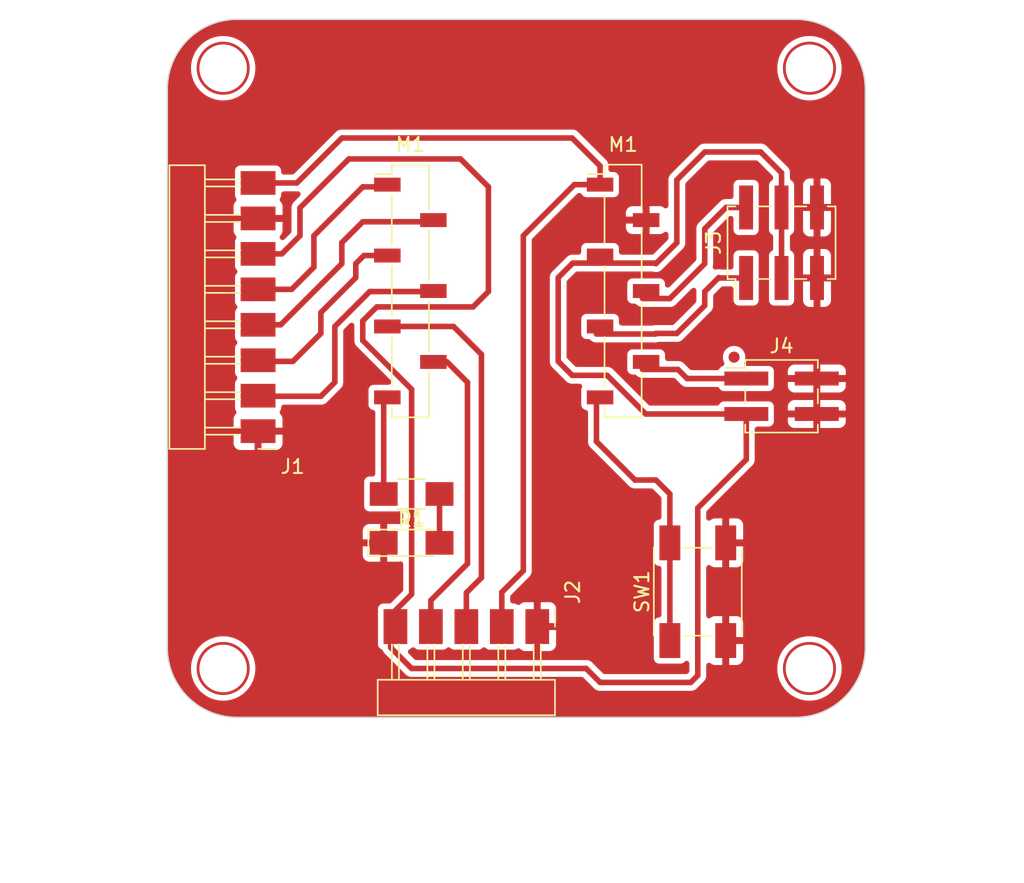
<source format=kicad_pcb>
(kicad_pcb (version 20221018) (generator pcbnew)

  (general
    (thickness 1.6)
  )

  (paper "A4")
  (layers
    (0 "F.Cu" signal)
    (31 "B.Cu" signal)
    (32 "B.Adhes" user "B.Adhesive")
    (33 "F.Adhes" user "F.Adhesive")
    (34 "B.Paste" user)
    (35 "F.Paste" user)
    (36 "B.SilkS" user "B.Silkscreen")
    (37 "F.SilkS" user "F.Silkscreen")
    (38 "B.Mask" user)
    (39 "F.Mask" user)
    (40 "Dwgs.User" user "User.Drawings")
    (41 "Cmts.User" user "User.Comments")
    (42 "Eco1.User" user "User.Eco1")
    (43 "Eco2.User" user "User.Eco2")
    (44 "Edge.Cuts" user)
    (45 "Margin" user)
    (46 "B.CrtYd" user "B.Courtyard")
    (47 "F.CrtYd" user "F.Courtyard")
    (48 "B.Fab" user)
    (49 "F.Fab" user)
    (50 "User.1" user)
    (51 "User.2" user)
    (52 "User.3" user)
    (53 "User.4" user)
    (54 "User.5" user)
    (55 "User.6" user)
    (56 "User.7" user)
    (57 "User.8" user)
    (58 "User.9" user)
  )

  (setup
    (stackup
      (layer "F.SilkS" (type "Top Silk Screen"))
      (layer "F.Paste" (type "Top Solder Paste"))
      (layer "F.Mask" (type "Top Solder Mask") (thickness 0.01))
      (layer "F.Cu" (type "copper") (thickness 0.035))
      (layer "dielectric 1" (type "core") (thickness 1.51) (material "FR4") (epsilon_r 4.5) (loss_tangent 0.02))
      (layer "B.Cu" (type "copper") (thickness 0.035))
      (layer "B.Mask" (type "Bottom Solder Mask") (thickness 0.01))
      (layer "B.Paste" (type "Bottom Solder Paste"))
      (layer "B.SilkS" (type "Bottom Silk Screen"))
      (copper_finish "None")
      (dielectric_constraints no)
    )
    (pad_to_mask_clearance 0)
    (pcbplotparams
      (layerselection 0x0001000_7fffffff)
      (plot_on_all_layers_selection 0x0000000_00000000)
      (disableapertmacros false)
      (usegerberextensions false)
      (usegerberattributes true)
      (usegerberadvancedattributes true)
      (creategerberjobfile false)
      (dashed_line_dash_ratio 12.000000)
      (dashed_line_gap_ratio 3.000000)
      (svgprecision 4)
      (plotframeref false)
      (viasonmask false)
      (mode 1)
      (useauxorigin false)
      (hpglpennumber 1)
      (hpglpenspeed 20)
      (hpglpendiameter 15.000000)
      (dxfpolygonmode true)
      (dxfimperialunits true)
      (dxfusepcbnewfont true)
      (psnegative false)
      (psa4output false)
      (plotreference false)
      (plotvalue false)
      (plotinvisibletext false)
      (sketchpadsonfab false)
      (subtractmaskfromsilk false)
      (outputformat 1)
      (mirror false)
      (drillshape 0)
      (scaleselection 1)
      (outputdirectory "")
    )
  )

  (net 0 "")
  (net 1 "Net-(D1-A)")
  (net 2 "PWR_GND")
  (net 3 "/D3")
  (net 4 "/D2")
  (net 5 "/D1")
  (net 6 "/D0")
  (net 7 "PWR_3V3")
  (net 8 "PWR_5V")
  (net 9 "/SDA")
  (net 10 "/SCL")
  (net 11 "/D9")
  (net 12 "/D10")
  (net 13 "/D8")
  (net 14 "/D6")
  (net 15 "/D7")

  (footprint "fab:LED_1206" (layer "F.Cu") (at 222.5 102.5))

  (footprint "fab:Button_Omron_B3SN_6.0x6.0mm" (layer "F.Cu") (at 243 106 90))

  (footprint "fab:PinHeader_1x05_P2.54mm_Horizontal_SMD" (layer "F.Cu") (at 231.5 108.5 -90))

  (footprint "own_library:XIAO_socket" (layer "F.Cu") (at 230.03 84.46))

  (footprint "fab:PinHeader_2x03_P2.54mm_Vertical_SMD" (layer "F.Cu") (at 249 81 90))

  (footprint "fab:PinHeader_1x08_P2.54mm_Horizontal_SMD" (layer "F.Cu") (at 211.5 94.5 180))

  (footprint "fab:PinHeader_2x02_P2.54mm_Vertical_SMD" (layer "F.Cu") (at 249 92))

  (footprint "fab:R_1206" (layer "F.Cu") (at 222.5 99 180))

  (gr_circle (center 209 68.5) (end 208 70)
    (stroke (width 0.2) (type default)) (fill none) (layer "F.Cu") (tstamp 0a6d8ebd-6795-411e-943d-396a4f96904e))
  (gr_circle (center 209 111.5) (end 208 113)
    (stroke (width 0.2) (type default)) (fill none) (layer "F.Cu") (tstamp 1036bae0-a300-4cb6-98f7-66c3ac7dd7f0))
  (gr_circle (center 251 111.5) (end 250 113)
    (stroke (width 0.2) (type default)) (fill none) (layer "F.Cu") (tstamp 69982aaa-e8b3-4088-b6d5-c820eba88286))
  (gr_circle (center 251 68.5) (end 250 70)
    (stroke (width 0.2) (type default)) (fill none) (layer "F.Cu") (tstamp dbd05bcd-7a9d-4268-bb86-7206113bbde3))
  (gr_line (start 250 115) (end 210 115)
    (stroke (width 0.1) (type default)) (layer "Edge.Cuts") (tstamp 00a5d039-5773-44cb-a0ed-ca9ab41cb36c))
  (gr_arc (start 250 65) (mid 253.535534 66.464466) (end 255 70)
    (stroke (width 0.1) (type default)) (layer "Edge.Cuts") (tstamp 264b188d-138b-4afd-8bf2-7c849f3c577b))
  (gr_line (start 255 70) (end 255 110)
    (stroke (width 0.1) (type default)) (layer "Edge.Cuts") (tstamp 297ebd61-e4d5-4e20-ac53-4e5d02782839))
  (gr_line (start 210 65) (end 250 65)
    (stroke (width 0.1) (type default)) (layer "Edge.Cuts") (tstamp 32bbe374-a94b-4bff-812b-c4b8f8727add))
  (gr_arc (start 210 115) (mid 206.464466 113.535534) (end 205 110)
    (stroke (width 0.1) (type default)) (layer "Edge.Cuts") (tstamp 487ba1e9-a210-4d04-bf29-69d4dd0f2326))
  (gr_arc (start 255 110) (mid 253.535534 113.535534) (end 250 115)
    (stroke (width 0.1) (type default)) (layer "Edge.Cuts") (tstamp 599772ad-42d4-49fb-a3d9-9bd6d0bb8e60))
  (gr_arc (start 205 70) (mid 206.464466 66.464466) (end 210 65)
    (stroke (width 0.1) (type default)) (layer "Edge.Cuts") (tstamp 9a861814-4e81-4880-8053-b9d8c61a8d4e))
  (gr_line (start 205 110) (end 205 70)
    (stroke (width 0.1) (type default)) (layer "Edge.Cuts") (tstamp 9b6f6232-f769-4fea-8f9b-650f07a53aff))

  (segment (start 224.5 99) (end 224.5 102) (width 0.4) (layer "F.Cu") (net 1) (tstamp 6b8be567-1ee5-40bb-a7f2-36cd055e2085))
  (segment (start 251.54 90.715) (end 251.525 90.73) (width 0.4) (layer "F.Cu") (net 2) (tstamp 6c2fccc8-e035-43ad-b772-f44babf04424))
  (segment (start 217 87) (end 217 91) (width 0.4) (layer "F.Cu") (net 3) (tstamp 26b7b883-e5f2-41b6-a3db-d257f496a4a1))
  (segment (start 223.53 84.5) (end 219.5 84.5) (width 0.4) (layer "F.Cu") (net 3) (tstamp 6f676822-9e31-42a8-a38a-f1f9144e3cce))
  (segment (start 216 92) (end 211.54 92) (width 0.4) (layer "F.Cu") (net 3) (tstamp 8a084715-20a3-40c2-a38c-ac187d51b312))
  (segment (start 219.5 84.5) (end 217 87) (width 0.4) (layer "F.Cu") (net 3) (tstamp b82b30fc-3a6e-49d7-a64a-5794854212a4))
  (segment (start 217 91) (end 216 92) (width 0.4) (layer "F.Cu") (net 3) (tstamp cddb8607-3ba9-47d1-8f76-8e3d9d8ba90c))
  (segment (start 211.54 92) (end 211.5 91.96) (width 0.4) (layer "F.Cu") (net 3) (tstamp f917dcc5-d354-4379-bcff-9892ae16e7cd))
  (segment (start 219.08 81.92) (end 220.76 81.92) (width 0.4) (layer "F.Cu") (net 4) (tstamp 302e68e7-5a12-41c4-823e-32ed158f882a))
  (segment (start 216 86) (end 218.5 83.5) (width 0.4) (layer "F.Cu") (net 4) (tstamp 52b7af29-a12d-42bf-a76d-4cd77b2d3f90))
  (segment (start 214 89.5) (end 216 87.5) (width 0.4) (layer "F.Cu") (net 4) (tstamp 6e0af0d3-29c1-4be1-b006-46ed8ac99de0))
  (segment (start 211.58 89.5) (end 214 89.5) (width 0.4) (layer "F.Cu") (net 4) (tstamp 74567846-7729-4fe5-9ab9-6c5c1aef0586))
  (segment (start 216 87.5) (end 216 86) (width 0.4) (layer "F.Cu") (net 4) (tstamp 7963a453-62ed-4204-8ef8-c31ab91006a2))
  (segment (start 211.5 89.42) (end 211.58 89.5) (width 0.4) (layer "F.Cu") (net 4) (tstamp 7a8998a7-c96b-4074-8d7f-caf138839780))
  (segment (start 218.5 82.5) (end 219.08 81.92) (width 0.4) (layer "F.Cu") (net 4) (tstamp b86db0af-b269-4f80-b087-6d0a9e7f36e6))
  (segment (start 218.5 83.5) (end 218.5 82.5) (width 0.4) (layer "F.Cu") (net 4) (tstamp c88d3ddf-9895-489c-b85d-b37e2a70517a))
  (segment (start 217.5 82.5) (end 213.12 86.88) (width 0.4) (layer "F.Cu") (net 5) (tstamp 2dcf0d63-36b1-4e5e-80bd-480737eb2210))
  (segment (start 213.12 86.88) (end 211.5 86.88) (width 0.4) (layer "F.Cu") (net 5) (tstamp 2f1f0b59-4ca2-47b3-8222-d2d985c401e1))
  (segment (start 223.61 79.5) (end 219 79.5) (width 0.4) (layer "F.Cu") (net 5) (tstamp 7bc63e6f-6cc5-4c55-8136-c4545b5f2c9c))
  (segment (start 217.5 81) (end 217.5 82.5) (width 0.4) (layer "F.Cu") (net 5) (tstamp 9679ac08-0e27-4d10-846d-2bfc699af493))
  (segment (start 219 79.5) (end 217.5 81) (width 0.4) (layer "F.Cu") (net 5) (tstamp b56bc61b-f4eb-45d8-adb5-225ec645dba7))
  (segment (start 215.5 80.5) (end 215.5 82.75) (width 0.4) (layer "F.Cu") (net 6) (tstamp 39b5bd02-b460-42db-b243-036cb1003d71))
  (segment (start 219 77) (end 215.5 80.5) (width 0.4) (layer "F.Cu") (net 6) (tstamp 869943d2-7430-4330-9aa3-46ed5b78affd))
  (segment (start 220.35 77) (end 219 77) (width 0.4) (layer "F.Cu") (net 6) (tstamp 93e5108d-01ed-4662-a9c7-b7d6b43830fd))
  (segment (start 213.91 84.34) (end 211.5 84.34) (width 0.4) (layer "F.Cu") (net 6) (tstamp aecb00a9-634e-451d-b82f-2258e8034061))
  (segment (start 215.5 82.75) (end 213.91 84.34) (width 0.4) (layer "F.Cu") (net 6) (tstamp c4ecaa47-c540-42bd-8794-69318a38155e))
  (segment (start 221.34 108.5) (end 221 108.84) (width 0.4) (layer "F.Cu") (net 7) (tstamp 08589021-a8c6-4825-9421-67ee12ffc4d2))
  (segment (start 222.5 91.5) (end 219 88) (width 0.4) (layer "F.Cu") (net 7) (tstamp 0ce2a5da-d6e8-4c05-b694-b90c4c948cf3))
  (segment (start 240 82.5) (end 241.5 81) (width 0.4) (layer "F.Cu") (net 7) (tstamp 19b0fe44-6df8-43ae-8c32-08e343a5a586))
  (segment (start 220 85.6) (end 226.9 85.6) (width 0.4) (layer "F.Cu") (net 7) (tstamp 1afae5e4-e390-4bc0-a514-8252c9dbd89b))
  (segment (start 246.475 93.27) (end 239.27 93.27) (width 0.4) (layer "F.Cu") (net 7) (tstamp 201f1f2b-984c-4281-8d08-6188cc439494))
  (segment (start 221.34 108.5) (end 221.34 107.34) (width 0.4) (layer "F.Cu") (net 7) (tstamp 2eaf1014-0a66-4ca7-a4da-3691819f73d5))
  (segment (start 243 100) (end 246.475 96.525) (width 0.4) (layer "F.Cu") (net 7) (tstamp 2fe436de-1e75-4f0c-8175-acd19890d006))
  (segment (start 243 112) (end 243 100) (width 0.4) (layer "F.Cu") (net 7) (tstamp 34885303-5dd9-4df8-96f3-d646dc205fa9))
  (segment (start 239.96 82.46) (end 240 82.5) (width 0.4) (layer "F.Cu") (net 7) (tstamp 38071d77-71a7-42a2-ac6f-51b022098d4d))
  (segment (start 228 77) (end 226 75) (width 0.4) (layer "F.Cu") (net 7) (tstamp 3a4c0d5f-3ed4-4749-aa33-d14b68cba274))
  (segment (start 221 110) (end 222.5 111.5) (width 0.4) (layer "F.Cu") (net 7) (tstamp 53557e70-e28c-417d-bae3-471847ab2fe8))
  (segment (start 222.5 106.18) (end 222.5 91.5) (width 0.4) (layer "F.Cu") (net 7) (tstamp 5634342f-a971-4a4d-ad05-780e2801e52c))
  (segment (start 234.04 82.46) (end 239.96 82.46) (width 0.4) (layer "F.Cu") (net 7) (tstamp 71e0d70d-4f55-4425-b2f1-4f1889b07e54))
  (segment (start 249 76) (end 249 78.475) (width 0.4) (layer "F.Cu") (net 7) (tstamp 732a10fc-77d1-4444-9395-137b429b63ea))
  (segment (start 236.5 90.5) (end 234 90.5) (width 0.4) (layer "F.Cu") (net 7) (tstamp 7794c68c-3238-407d-aedf-bd2a0bd45fdf))
  (segment (start 222.5 111.5) (end 235 111.5) (width 0.4) (layer "F.Cu") (net 7) (tstamp 7dbb355b-20b7-4f2d-a441-a3b48d369934))
  (segment (start 236 112.5) (end 242.5 112.5) (width 0.4) (layer "F.Cu") (net 7) (tstamp 80aa730a-abef-4f6c-b627-1c868e98b723))
  (segment (start 234 90.5) (end 233 89.5) (width 0.4) (layer "F.Cu") (net 7) (tstamp 83f870a7-5f55-4e65-83bc-020c346603df))
  (segment (start 226.9 85.6) (end 228 84.5) (width 0.4) (layer "F.Cu") (net 7) (tstamp 8584208c-c27a-4f05-903a-3a57dc3042ab))
  (segment (start 213.2 81.8) (end 211.5 81.8) (width 0.4) (layer "F.Cu") (net 7) (tstamp 8c77e96c-a9b5-46b6-b581-4ec4425e164d))
  (segment (start 219 88) (end 219 86.6) (width 0.4) (layer "F.Cu") (net 7) (tstamp 8f992844-eb02-49f2-a2ff-af121a78a509))
  (segment (start 243.5 74.5) (end 247.5 74.5) (width 0.4) (layer "F.Cu") (net 7) (tstamp 905302da-af1e-4443-9e78-e6b9754e0009))
  (segment (start 247.5 74.5) (end 249 76) (width 0.4) (layer "F.Cu") (net 7) (tstamp 9056ce50-fcb8-4663-b4a7-20a8a11dd80c))
  (segment (start 235 111.5) (end 236 112.5) (width 0.4) (layer "F.Cu") (net 7) (tstamp 91773161-aacf-4bd9-89e1-768577d84ab4))
  (segment (start 214.5 80.5) (end 213.2 81.8) (width 0.4) (layer "F.Cu") (net 7) (tstamp 92e2a022-8c9b-4c02-ae45-876c8974dc03))
  (segment (start 228 84.5) (end 228 77) (width 0.4) (layer "F.Cu") (net 7) (tstamp a0f736cc-6f69-404b-8936-6b33ee2bfd86))
  (segment (start 246.475 96.525) (end 246.475 93.27) (width 0.4) (layer "F.Cu") (net 7) (tstamp a61a4ae8-3675-4f74-8319-640d02072fa4))
  (segment (start 214.5 78.5) (end 214.5 80.5) (width 0.4) (layer "F.Cu") (net 7) (tstamp b18fc69a-d9b0-44fc-be50-a8b8fa34bdb7))
  (segment (start 218 75) (end 214.5 78.5) (width 0.4) (layer "F.Cu") (net 7) (tstamp b878a8b5-796d-4f8b-8661-bc7404b08fa9))
  (segment (start 221 108.84) (end 221 110) (width 0.4) (layer "F.Cu") (net 7) (tstamp bf8a0639-e67b-4381-8c3b-8af484dfa54b))
  (segment (start 249 81) (end 249 78.475) (width 0.4) (layer "F.Cu") (net 7) (tstamp c68f62dd-27a3-401c-9006-bb5d5c1a5764))
  (segment (start 226 75) (end 218 75) (width 0.4) (layer "F.Cu") (net 7) (tstamp c9bb9299-b51c-458a-97ac-98d7bab4ce36))
  (segment (start 221.34 107.34) (end 222.5 106.18) (width 0.4) (layer "F.Cu") (net 7) (tstamp ca53742c-8bda-4cba-89c0-15253448f4fa))
  (segment (start 242.5 112.5) (end 243 112) (width 0.4) (layer "F.Cu") (net 7) (tstamp d31178c2-db85-4f94-a553-cada2bfce311))
  (segment (start 239.27 93.27) (end 236.5 90.5) (width 0.4) (layer "F.Cu") (net 7) (tstamp ddff6eef-ff22-4eb7-be67-c83035d51eee))
  (segment (start 241.5 76.5) (end 243.5 74.5) (width 0.4) (layer "F.Cu") (net 7) (tstamp e681f500-6d5b-4cc8-acfc-d7451b5ae59f))
  (segment (start 233 89.5) (end 233 83.5) (width 0.4) (layer "F.Cu") (net 7) (tstamp e80baf4c-4743-4fa7-9da6-e6f299ad10cb))
  (segment (start 249 81) (end 249 83.525) (width 0.4) (layer "F.Cu") (net 7) (tstamp e8b9c066-c740-4528-b6c1-b0f09d33fbc4))
  (segment (start 241.5 81) (end 241.5 76.5) (width 0.4) (layer "F.Cu") (net 7) (tstamp f0fb9eac-14cb-42d0-9ffb-f2e77368e798))
  (segment (start 233 83.5) (end 234.04 82.46) (width 0.4) (layer "F.Cu") (net 7) (tstamp f561b1b8-5ec9-4b61-b495-5d2da6ca49a4))
  (segment (start 219 86.6) (end 220 85.6) (width 0.4) (layer "F.Cu") (net 7) (tstamp f6308b20-aeae-4d1b-948f-7992d830c714))
  (segment (start 214.28 76.72) (end 217.5 73.5) (width 0.4) (layer "F.Cu") (net 8) (tstamp 1f9e8527-622d-4bf4-ba57-269049b11852))
  (segment (start 211.5 76.72) (end 214.28 76.72) (width 0.4) (layer "F.Cu") (net 8) (tstamp 20bf8c2c-4f55-411c-b48c-7b5a097932aa))
  (segment (start 228.96 106.04) (end 230.5 104.5) (width 0.4) (layer "F.Cu") (net 8) (tstamp 27cae1e9-d0d6-4b0b-97c8-b152afbd4554))
  (segment (start 230.5 80.5) (end 234.16 76.84) (width 0.4) (layer "F.Cu") (net 8) (tstamp 5de25d25-fb83-4443-8e8a-0078387ff742))
  (segment (start 228.96 108.5) (end 228.96 106.04) (width 0.4) (layer "F.Cu") (net 8) (tstamp 77a479ba-c221-4345-9bc2-30bf4530e0fc))
  (segment (start 234 73.5) (end 236 75.5) (width 0.4) (layer "F.Cu") (net 8) (tstamp 816f9609-2c21-42bd-9e9d-23515fbb901c))
  (segment (start 230.5 104.5) (end 230.5 80.5) (width 0.4) (layer "F.Cu") (net 8) (tstamp 96a9c56e-be58-49d3-861c-5017866fe83e))
  (segment (start 236 75.5) (end 236 76.84) (width 0.4) (layer "F.Cu") (net 8) (tstamp c6b61bbf-e533-4865-8058-2138ec1e4f2a))
  (segment (start 217.5 73.5) (end 234 73.5) (width 0.4) (layer "F.Cu") (net 8) (tstamp dd569dc7-3d79-4bd3-8082-6005a9677f10))
  (segment (start 234.16 76.84) (end 236 76.84) (width 0.4) (layer "F.Cu") (net 8) (tstamp f5a7e3bf-d89a-4115-8205-77adc694e348))
  (segment (start 225.5 87) (end 227.5 89) (width 0.4) (layer "F.Cu") (net 9) (tstamp 08bea339-5d4c-4617-9ad1-381f04343d73))
  (segment (start 226.42 106.08) (end 226.42 108.5) (width 0.4) (layer "F.Cu") (net 9) (tstamp 49899044-7dd7-46ee-87b9-66318ea7bfab))
  (segment (start 227.5 89) (end 227.5 105) (width 0.4) (layer "F.Cu") (net 9) (tstamp 4b603729-9eb3-408a-b23d-fd6e5ec81f9b))
  (segment (start 227.5 105) (end 226.42 106.08) (width 0.4) (layer "F.Cu") (net 9) (tstamp a35b3d43-818e-4765-8862-b6f8fba928bd))
  (segment (start 221.04 87) (end 225.5 87) (width 0.4) (layer "F.Cu") (net 9) (tstamp cf95a943-9388-4acd-9fc6-e73c0f763528))
  (segment (start 226.5 91) (end 226.5 104) (width 0.4) (layer "F.Cu") (net 10) (tstamp 0c3d21bb-13c8-4088-b499-a1db56d5f9eb))
  (segment (start 226.5 104) (end 223.88 106.62) (width 0.4) (layer "F.Cu") (net 10) (tstamp 531bf0d4-db76-4276-81ba-4f6d12998f94))
  (segment (start 224.06 89.54) (end 225.04 89.54) (width 0.4) (layer "F.Cu") (net 10) (tstamp 7b038921-5305-408a-87b1-d9dd3bc91d2c))
  (segment (start 225.04 89.54) (end 226.5 91) (width 0.4) (layer "F.Cu") (net 10) (tstamp 9f2f7fe0-10e6-4d9c-901e-e2cce2bf92c1))
  (segment (start 223.88 106.62) (end 223.88 108.5) (width 0.4) (layer "F.Cu") (net 10) (tstamp a023c1f2-ee10-4b62-966b-42b03e19a21f))
  (segment (start 239.96 87.54) (end 240 87.5) (width 0.4) (layer "F.Cu") (net 11) (tstamp 113bf131-ded8-4bb7-a559-f403c9f5edc7))
  (segment (start 235.74 87.54) (end 239.96 87.54) (width 0.4) (layer "F.Cu") (net 11) (tstamp 2afa595d-911b-4298-b27b-cab895641d0b))
  (segment (start 243.5 84.5) (end 244.5 83.5) (width 0.4) (layer "F.Cu") (net 11) (tstamp 32d01f15-54d6-477d-99be-b5c9c9073776))
  (segment (start 240 87.5) (end 241.5 87.5) (width 0.4) (layer "F.Cu") (net 11) (tstamp 65b7d796-76a3-4057-9375-149fcc075842))
  (segment (start 243.5 85.5) (end 243.5 84.5) (width 0.4) (layer "F.Cu") (net 11) (tstamp 706ad586-a80c-4b67-a18d-59d0fef43ad5))
  (segment (start 244.525 83.525) (end 246.46 83.525) (width 0.4) (layer "F.Cu") (net 11) (tstamp 99e56c3a-92e6-4787-8d5b-abafe8202989))
  (segment (start 244.5 83.5) (end 244.525 83.525) (width 0.4) (layer "F.Cu") (net 11) (tstamp a26b9c46-f660-4075-a61b-9606e977bf81))
  (segment (start 241.5 87.5) (end 243.5 85.5) (width 0.4) (layer "F.Cu") (net 11) (tstamp acbb7da2-9130-4d75-8255-6d3954765876))
  (segment (start 245.025 78.475) (end 246.46 78.475) (width 0.4) (layer "F.Cu") (net 12) (tstamp 7ecadb21-13a2-4fe2-a244-fd905bf0e5e3))
  (segment (start 239.04 85) (end 241 85) (width 0.4) (layer "F.Cu") (net 12) (tstamp 84f8afab-44f9-4d88-9ee9-b3cc712f328f))
  (segment (start 241 85) (end 243.5 82.5) (width 0.4) (layer "F.Cu") (net 12) (tstamp 9a92366a-08b1-4ddb-b741-e8e2ec18f64a))
  (segment (start 243.5 80) (end 245.025 78.475) (width 0.4) (layer "F.Cu") (net 12) (tstamp b50f260b-6a93-4f1c-80c2-e7805df01bf1))
  (segment (start 243.5 82.5) (end 243.5 80) (width 0.4) (layer "F.Cu") (net 12) (tstamp f0a16ee8-9fcd-4709-8192-7d5aa0e0926b))
  (segment (start 239.04 90.08) (end 241.58 90.08) (width 0.4) (layer "F.Cu") (net 13) (tstamp 49dc31d9-d481-44a8-9906-2b5c9158cdd4))
  (segment (start 242.23 90.73) (end 246.475 90.73) (width 0.4) (layer "F.Cu") (net 13) (tstamp 7e79a017-485e-4614-93c9-e6fcecdb79fa))
  (segment (start 241.58 90.08) (end 242.23 90.73) (width 0.4) (layer "F.Cu") (net 13) (tstamp 9a0d7db0-95e8-492b-a428-37cbf84752db))
  (segment (start 220.5 92.62) (end 220.5 99) (width 0.4) (layer "F.Cu") (net 14) (tstamp 37f68a88-620a-44c3-8d1a-cbd830e3b7d7))
  (segment (start 240 98) (end 241 99) (width 0.4) (layer "F.Cu") (net 15) (tstamp 7cefbfcb-2f85-43f5-8aad-ac80c4cf976e))
  (segment (start 235.74 95.24) (end 238.5 98) (width 0.4) (layer "F.Cu") (net 15) (tstamp 8ad2aa12-8072-4071-9657-1c4329127002))
  (segment (start 241 99) (end 241 102.5) (width 0.4) (layer "F.Cu") (net 15) (tstamp cd4dae26-fbf9-43f1-bdf4-eacbd8edb78d))
  (segment (start 235.74 92.62) (end 235.74 95.24) (width 0.4) (layer "F.Cu") (net 15) (tstamp ec29f6e5-e019-4494-b15c-d8745124a624))
  (segment (start 238.5 98) (end 240 98) (width 0.4) (layer "F.Cu") (net 15) (tstamp ef32a9ea-5eff-493a-b16a-bc53df1ecb15))
  (segment (start 241 102.5) (end 241 109.5) (width 0.4) (layer "F.Cu") (net 15) (tstamp f90d9497-d050-4b6b-ae88-152e3f468156))

  (zone (net 2) (net_name "PWR_GND") (layer "F.Cu") (tstamp 8b677285-65b9-4881-b32c-53b609cdb425) (hatch edge 0.5)
    (connect_pads (clearance 0.4))
    (min_thickness 0.4) (filled_areas_thickness no)
    (fill yes (thermal_gap 0.5) (thermal_bridge_width 0.5))
    (polygon
      (pts
        (xy 205 65)
        (xy 255 65)
        (xy 255 115)
        (xy 205 115)
      )
    )
    (filled_polygon
      (layer "F.Cu")
      (pts
        (xy 250.004109 65.00067)
        (xy 250.010418 65.00093)
        (xy 250.217384 65.009491)
        (xy 250.410439 65.01792)
        (xy 250.42634 65.019256)
        (xy 250.636499 65.045453)
        (xy 250.63691 65.045506)
        (xy 250.832122 65.071205)
        (xy 250.846966 65.073735)
        (xy 251.053194 65.116976)
        (xy 251.055178 65.117404)
        (xy 251.247793 65.160106)
        (xy 251.261431 65.163643)
        (xy 251.463061 65.223671)
        (xy 251.465915 65.224545)
        (xy 251.65431 65.283946)
        (xy 251.66679 65.288343)
        (xy 251.862589 65.364744)
        (xy 251.866293 65.366233)
        (xy 252.048856 65.441854)
        (xy 252.060069 65.446911)
        (xy 252.248785 65.539168)
        (xy 252.253189 65.541391)
        (xy 252.428522 65.632664)
        (xy 252.438492 65.638223)
        (xy 252.618826 65.745679)
        (xy 252.623884 65.748796)
        (xy 252.790613 65.855014)
        (xy 252.799305 65.860879)
        (xy 252.970158 65.982866)
        (xy 252.975621 65.986911)
        (xy 253.132518 66.107302)
        (xy 253.139915 66.113266)
        (xy 253.300132 66.248963)
        (xy 253.305922 66.254066)
        (xy 253.451691 66.387638)
        (xy 253.457963 66.393642)
        (xy 253.606356 66.542035)
        (xy 253.61236 66.548307)
        (xy 253.745927 66.69407)
        (xy 253.751042 66.699874)
        (xy 253.886725 66.860075)
        (xy 253.892705 66.867491)
        (xy 254.013067 67.02435)
        (xy 254.017145 67.029858)
        (xy 254.138082 67.199241)
        (xy 254.139105 67.200673)
        (xy 254.144984 67.209385)
        (xy 254.251202 67.376114)
        (xy 254.254319 67.381172)
        (xy 254.361775 67.561506)
        (xy 254.367338 67.571483)
        (xy 254.458594 67.746784)
        (xy 254.460859 67.751272)
        (xy 254.553077 67.939907)
        (xy 254.558149 67.951153)
        (xy 254.633742 68.13365)
        (xy 254.635277 68.137466)
        (xy 254.711652 68.3332)
        (xy 254.716055 68.345697)
        (xy 254.775427 68.534)
        (xy 254.776364 68.537058)
        (xy 254.836344 68.738524)
        (xy 254.8399 68.752236)
        (xy 254.882571 68.944714)
        (xy 254.883053 68.946948)
        (xy 254.926262 69.153026)
        (xy 254.928794 69.167887)
        (xy 254.954421 69.362536)
        (xy 254.954596 69.363898)
        (xy 254.98074 69.573645)
        (xy 254.982079 69.589578)
        (xy 254.990513 69.782727)
        (xy 254.990532 69.783184)
        (xy 254.99933 69.99589)
        (xy 254.9995 70.004114)
        (xy 254.9995 109.995886)
        (xy 254.99933 110.00411)
        (xy 254.990532 110.216815)
        (xy 254.990513 110.217272)
        (xy 254.982079 110.41042)
        (xy 254.98074 110.426353)
        (xy 254.954596 110.6361)
        (xy 254.954421 110.637462)
        (xy 254.928794 110.832111)
        (xy 254.926262 110.846972)
        (xy 254.883053 111.05305)
        (xy 254.882571 111.055284)
        (xy 254.8399 111.247762)
        (xy 254.836344 111.261474)
        (xy 254.776364 111.46294)
        (xy 254.775427 111.465998)
        (xy 254.716055 111.654301)
        (xy 254.711652 111.666798)
        (xy 254.635277 111.862532)
        (xy 254.633742 111.866348)
        (xy 254.558149 112.048845)
        (xy 254.553077 112.060091)
        (xy 254.460859 112.248726)
        (xy 254.458594 112.253214)
        (xy 254.367338 112.428515)
        (xy 254.361775 112.438492)
        (xy 254.254319 112.618826)
        (xy 254.251202 112.623884)
        (xy 254.144984 112.790613)
        (xy 254.139105 112.799325)
        (xy 254.017145 112.97014)
        (xy 254.013067 112.975648)
        (xy 253.892728 113.132478)
        (xy 253.886704 113.139949)
        (xy 253.751063 113.3001)
        (xy 253.745927 113.305928)
        (xy 253.61236 113.451691)
        (xy 253.606356 113.457963)
        (xy 253.457963 113.606356)
        (xy 253.451691 113.61236)
        (xy 253.305928 113.745927)
        (xy 253.3001 113.751063)
        (xy 253.139949 113.886704)
        (xy 253.132478 113.892728)
        (xy 252.975648 114.013067)
        (xy 252.97014 114.017145)
        (xy 252.799325 114.139105)
        (xy 252.790613 114.144984)
        (xy 252.623884 114.251202)
        (xy 252.618826 114.254319)
        (xy 252.438492 114.361775)
        (xy 252.428515 114.367338)
        (xy 252.253214 114.458594)
        (xy 252.248726 114.460859)
        (xy 252.060091 114.553077)
        (xy 252.048845 114.558149)
        (xy 251.866348 114.633742)
        (xy 251.862532 114.635277)
        (xy 251.666798 114.711652)
        (xy 251.654301 114.716055)
        (xy 251.465998 114.775427)
        (xy 251.46294 114.776364)
        (xy 251.261474 114.836344)
        (xy 251.247762 114.8399)
        (xy 251.055284 114.882571)
        (xy 251.05305 114.883053)
        (xy 250.846972 114.926262)
        (xy 250.832111 114.928794)
        (xy 250.637462 114.954421)
        (xy 250.6361 114.954596)
        (xy 250.426353 114.98074)
        (xy 250.41042 114.982079)
        (xy 250.217332 114.99051)
        (xy 250.216876 114.990529)
        (xy 250.012396 114.998987)
        (xy 250.004109 114.99933)
        (xy 249.995886 114.9995)
        (xy 210.004114 114.9995)
        (xy 209.99589 114.99933)
        (xy 209.986739 114.998951)
        (xy 209.783122 114.990529)
        (xy 209.782666 114.99051)
        (xy 209.589578 114.982079)
        (xy 209.573645 114.98074)
        (xy 209.363898 114.954596)
        (xy 209.362536 114.954421)
        (xy 209.167887 114.928794)
        (xy 209.153026 114.926262)
        (xy 208.946948 114.883053)
        (xy 208.944714 114.882571)
        (xy 208.752236 114.8399)
        (xy 208.738529 114.836345)
        (xy 208.605411 114.796714)
        (xy 208.537058 114.776364)
        (xy 208.534 114.775427)
        (xy 208.345697 114.716055)
        (xy 208.3332 114.711652)
        (xy 208.137466 114.635277)
        (xy 208.13365 114.633742)
        (xy 207.951153 114.558149)
        (xy 207.939907 114.553077)
        (xy 207.751272 114.460859)
        (xy 207.746784 114.458594)
        (xy 207.571483 114.367338)
        (xy 207.561506 114.361775)
        (xy 207.381172 114.254319)
        (xy 207.376114 114.251202)
        (xy 207.209385 114.144984)
        (xy 207.200673 114.139105)
        (xy 207.029858 114.017145)
        (xy 207.02435 114.013067)
        (xy 206.867491 113.892705)
        (xy 206.860075 113.886725)
        (xy 206.699874 113.751042)
        (xy 206.69407 113.745927)
        (xy 206.548307 113.61236)
        (xy 206.542035 113.606356)
        (xy 206.393642 113.457963)
        (xy 206.387638 113.451691)
        (xy 206.254066 113.305922)
        (xy 206.248963 113.300132)
        (xy 206.113266 113.139915)
        (xy 206.107302 113.132518)
        (xy 205.986911 112.975621)
        (xy 205.982853 112.97014)
        (xy 205.860879 112.799305)
        (xy 205.855014 112.790613)
        (xy 205.748796 112.623884)
        (xy 205.745679 112.618826)
        (xy 205.679394 112.507585)
        (xy 205.63822 112.438486)
        (xy 205.63266 112.428515)
        (xy 205.591475 112.349399)
        (xy 205.541391 112.253189)
        (xy 205.539168 112.248785)
        (xy 205.446911 112.060069)
        (xy 205.441849 112.048845)
        (xy 205.437921 112.039361)
        (xy 205.366233 111.866293)
        (xy 205.364744 111.862589)
        (xy 205.288343 111.666791)
        (xy 205.283943 111.654301)
        (xy 205.24076 111.517342)
        (xy 205.235292 111.5)
        (xy 206.691782 111.5)
        (xy 206.711529 111.801283)
        (xy 206.712797 111.807661)
        (xy 206.712799 111.807671)
        (xy 206.769161 112.091021)
        (xy 206.769164 112.091034)
        (xy 206.770433 112.097411)
        (xy 206.867485 112.383317)
        (xy 206.87036 112.389147)
        (xy 206.870363 112.389154)
        (xy 206.928767 112.507585)
        (xy 207.001025 112.654109)
        (xy 207.004638 112.659517)
        (xy 207.004642 112.659523)
        (xy 207.083796 112.777985)
        (xy 207.168768 112.905154)
        (xy 207.173057 112.910044)
        (xy 207.173058 112.910046)
        (xy 207.344625 113.105682)
        (xy 207.367843 113.132157)
        (xy 207.594846 113.331232)
        (xy 207.845891 113.498975)
        (xy 208.116683 113.632515)
        (xy 208.402589 113.729567)
        (xy 208.408975 113.730837)
        (xy 208.408978 113.730838)
        (xy 208.510656 113.751063)
        (xy 208.698717 113.788471)
        (xy 209 113.808218)
        (xy 209.301283 113.788471)
        (xy 209.597411 113.729567)
        (xy 209.883317 113.632515)
        (xy 210.154109 113.498975)
        (xy 210.405154 113.331232)
        (xy 210.632157 113.132157)
        (xy 210.831232 112.905154)
        (xy 210.998975 112.654109)
        (xy 211.132515 112.383317)
        (xy 211.229567 112.097411)
        (xy 211.288471 111.801283)
        (xy 211.308218 111.5)
        (xy 211.288471 111.198717)
        (xy 211.248827 110.999415)
        (xy 211.230838 110.908978)
        (xy 211.230837 110.908975)
        (xy 211.229567 110.902589)
        (xy 211.132515 110.616683)
        (xy 210.998975 110.345891)
        (xy 210.957365 110.283618)
        (xy 210.906052 110.206822)
        (xy 210.831232 110.094846)
        (xy 210.632157 109.867843)
        (xy 210.546241 109.792497)
        (xy 210.410046 109.673058)
        (xy 210.410044 109.673057)
        (xy 210.405154 109.668768)
        (xy 210.336857 109.623133)
        (xy 210.159523 109.504642)
        (xy 210.159517 109.504638)
        (xy 210.154109 109.501025)
        (xy 210.148148 109.498085)
        (xy 209.889154 109.370363)
        (xy 209.889147 109.37036)
        (xy 209.883317 109.367485)
        (xy 209.597411 109.270433)
        (xy 209.591034 109.269164)
        (xy 209.591021 109.269161)
        (xy 209.307671 109.212799)
        (xy 209.307661 109.212797)
        (xy 209.301283 109.211529)
        (xy 209.294786 109.211103)
        (xy 209.294785 109.211103)
        (xy 209.0065 109.192208)
        (xy 209 109.191782)
        (xy 208.9935 109.192208)
        (xy 208.705214 109.211103)
        (xy 208.705211 109.211103)
        (xy 208.698717 109.211529)
        (xy 208.69234 109.212797)
        (xy 208.692328 109.212799)
        (xy 208.408978 109.269161)
        (xy 208.408961 109.269165)
        (xy 208.402589 109.270433)
        (xy 208.396421 109.272526)
        (xy 208.39642 109.272527)
        (xy 208.122851 109.365391)
        (xy 208.122847 109.365392)
        (xy 208.116683 109.367485)
        (xy 208.110857 109.370357)
        (xy 208.110845 109.370363)
        (xy 207.851726 109.498147)
        (xy 207.85172 109.49815)
        (xy 207.845891 109.501025)
        (xy 207.840489 109.504634)
        (xy 207.840476 109.504642)
        (xy 207.600257 109.665152)
        (xy 207.600252 109.665155)
        (xy 207.594846 109.668768)
        (xy 207.589962 109.67305)
        (xy 207.589953 109.673058)
        (xy 207.372736 109.863551)
        (xy 207.372728 109.863558)
        (xy 207.367843 109.867843)
        (xy 207.363558 109.872728)
        (xy 207.363551 109.872736)
        (xy 207.173058 110.089953)
        (xy 207.17305 110.089962)
        (xy 207.168768 110.094846)
        (xy 207.165155 110.100252)
        (xy 207.165152 110.100257)
        (xy 207.004642 110.340476)
        (xy 207.004634 110.340489)
        (xy 207.001025 110.345891)
        (xy 206.99815 110.35172)
        (xy 206.998147 110.351726)
        (xy 206.870363 110.610845)
        (xy 206.870357 110.610857)
        (xy 206.867485 110.616683)
        (xy 206.865392 110.622847)
        (xy 206.865391 110.622851)
        (xy 206.789312 110.846972)
        (xy 206.770433 110.902589)
        (xy 206.769165 110.908961)
        (xy 206.769161 110.908978)
        (xy 206.712799 111.192328)
        (xy 206.712797 111.19234)
        (xy 206.711529 111.198717)
        (xy 206.711103 111.205211)
        (xy 206.711103 111.205214)
        (xy 206.705467 111.291204)
        (xy 206.691782 111.5)
        (xy 205.235292 111.5)
        (xy 205.224545 111.465915)
        (xy 205.223671 111.463061)
        (xy 205.163643 111.261431)
        (xy 205.160106 111.247793)
        (xy 205.117404 111.055178)
        (xy 205.116976 111.053194)
        (xy 205.073735 110.846966)
        (xy 205.071204 110.832111)
        (xy 205.045506 110.63691)
        (xy 205.045453 110.636499)
        (xy 205.019256 110.42634)
        (xy 205.01792 110.410437)
        (xy 205.009478 110.217072)
        (xy 205.00067 110.00411)
        (xy 205.0005 109.995887)
        (xy 205.0005 103.392497)
        (xy 219 103.392497)
        (xy 219.000569 103.403126)
        (xy 219.005071 103.444998)
        (xy 219.010752 103.469041)
        (xy 219.051672 103.578751)
        (xy 219.065177 103.603484)
        (xy 219.134282 103.695796)
        (xy 219.154203 103.715717)
        (xy 219.246515 103.784822)
        (xy 219.271248 103.798327)
        (xy 219.380958 103.839247)
        (xy 219.405001 103.844928)
        (xy 219.446873 103.84943)
        (xy 219.457503 103.85)
        (xy 220.230402 103.85)
        (xy 220.246748 103.846748)
        (xy 220.25 103.830402)
        (xy 220.25 102.769598)
        (xy 220.246748 102.753251)
        (xy 220.230402 102.75)
        (xy 219.019598 102.75)
        (xy 219.003251 102.753251)
        (xy 219 102.769598)
        (xy 219 103.392497)
        (xy 205.0005 103.392497)
        (xy 205.0005 102.230402)
        (xy 219 102.230402)
        (xy 219.003251 102.246748)
        (xy 219.019598 102.25)
        (xy 220.230402 102.25)
        (xy 220.246748 102.246748)
        (xy 220.25 102.230402)
        (xy 220.25 101.169598)
        (xy 220.246748 101.153251)
        (xy 220.230402 101.15)
        (xy 219.457503 101.15)
        (xy 219.446873 101.150569)
        (xy 219.405001 101.155071)
        (xy 219.380958 101.160752)
        (xy 219.271248 101.201672)
        (xy 219.246515 101.215177)
        (xy 219.154203 101.284282)
        (xy 219.134282 101.304203)
        (xy 219.065177 101.396515)
        (xy 219.051672 101.421248)
        (xy 219.010752 101.530958)
        (xy 219.005071 101.555001)
        (xy 219.000569 101.596873)
        (xy 219 101.607503)
        (xy 219 102.230402)
        (xy 205.0005 102.230402)
        (xy 205.0005 95.392497)
        (xy 209.75 95.392497)
        (xy 209.750569 95.403126)
        (xy 209.755071 95.444998)
        (xy 209.760752 95.469041)
        (xy 209.801672 95.578751)
        (xy 209.815177 95.603484)
        (xy 209.884282 95.695796)
        (xy 209.904203 95.715717)
        (xy 209.996515 95.784822)
        (xy 210.021248 95.798327)
        (xy 210.130958 95.839247)
        (xy 210.155001 95.844928)
        (xy 210.196873 95.84943)
        (xy 210.207503 95.85)
        (xy 211.230402 95.85)
        (xy 211.246748 95.846748)
        (xy 211.25 95.830402)
        (xy 211.75 95.830402)
        (xy 211.753251 95.846748)
        (xy 211.769598 95.85)
        (xy 212.792497 95.85)
        (xy 212.803126 95.84943)
        (xy 212.844998 95.844928)
        (xy 212.869041 95.839247)
        (xy 212.978751 95.798327)
        (xy 213.003484 95.784822)
        (xy 213.095796 95.715717)
        (xy 213.115717 95.695796)
        (xy 213.184822 95.603484)
        (xy 213.198327 95.578751)
        (xy 213.239247 95.469041)
        (xy 213.244928 95.444998)
        (xy 213.24943 95.403126)
        (xy 213.25 95.392497)
        (xy 213.25 94.769598)
        (xy 213.246748 94.753251)
        (xy 213.230402 94.75)
        (xy 211.769598 94.75)
        (xy 211.753251 94.753251)
        (xy 211.75 94.769598)
        (xy 211.75 95.830402)
        (xy 211.25 95.830402)
        (xy 211.25 94.769598)
        (xy 211.246748 94.753251)
        (xy 211.230402 94.75)
        (xy 209.769598 94.75)
        (xy 209.753251 94.753251)
        (xy 209.75 94.769598)
        (xy 209.75 95.392497)
        (xy 205.0005 95.392497)
        (xy 205.0005 94.230402)
        (xy 209.75 94.230402)
        (xy 209.753251 94.246748)
        (xy 209.769598 94.25)
        (xy 213.230402 94.25)
        (xy 213.246748 94.246748)
        (xy 213.25 94.230402)
        (xy 213.25 93.607503)
        (xy 213.24943 93.596873)
        (xy 213.244928 93.555001)
        (xy 213.239247 93.530958)
        (xy 213.198327 93.421248)
        (xy 213.184822 93.396515)
        (xy 213.115717 93.304203)
        (xy 213.104659 93.293145)
        (xy 213.064652 93.235743)
        (xy 213.046986 93.168041)
        (xy 213.053846 93.09841)
        (xy 213.078115 93.048375)
        (xy 213.07805 93.048342)
        (xy 213.07805 93.048341)
        (xy 213.135646 92.935304)
        (xy 213.1505 92.841519)
        (xy 213.1505 92.7995)
        (xy 213.165648 92.723346)
        (xy 213.208786 92.658786)
        (xy 213.273346 92.615648)
        (xy 213.3495 92.6005)
        (xy 215.947592 92.6005)
        (xy 215.973567 92.602203)
        (xy 215.987065 92.60398)
        (xy 215.987072 92.60398)
        (xy 216 92.605682)
        (xy 216.156762 92.585044)
        (xy 216.302841 92.524536)
        (xy 216.332691 92.501631)
        (xy 216.382726 92.463239)
        (xy 216.382726 92.463238)
        (xy 216.382725 92.463238)
        (xy 216.428282 92.428282)
        (xy 216.444513 92.407127)
        (xy 216.461669 92.387564)
        (xy 217.387564 91.461669)
        (xy 217.407127 91.444513)
        (xy 217.428282 91.428282)
        (xy 217.524536 91.302841)
        (xy 217.585044 91.156762)
        (xy 217.59535 91.078481)
        (xy 217.605683 91)
        (xy 217.602202 90.973567)
        (xy 217.6005 90.947592)
        (xy 217.6005 87.331163)
        (xy 217.615648 87.255009)
        (xy 217.658786 87.190449)
        (xy 217.714463 87.134771)
        (xy 218.059787 86.789447)
        (xy 218.124346 86.74631)
        (xy 218.2005 86.731162)
        (xy 218.276654 86.74631)
        (xy 218.341214 86.789448)
        (xy 218.384352 86.854008)
        (xy 218.3995 86.930162)
        (xy 218.3995 87.947592)
        (xy 218.397797 87.973567)
        (xy 218.39602 87.987065)
        (xy 218.39602 87.987072)
        (xy 218.394318 88)
        (xy 218.39602 88.012928)
        (xy 218.3995 88.039361)
        (xy 218.413253 88.143832)
        (xy 218.413254 88.143837)
        (xy 218.414956 88.156762)
        (xy 218.419946 88.16881)
        (xy 218.419947 88.168812)
        (xy 218.47044 88.290714)
        (xy 218.475464 88.302841)
        (xy 218.571718 88.428282)
        (xy 218.582062 88.436219)
        (xy 218.582066 88.436223)
        (xy 218.59287 88.444513)
        (xy 218.612442 88.461677)
        (xy 220.99055 90.839786)
        (xy 221.033688 90.904346)
        (xy 221.048836 90.9805)
        (xy 221.033688 91.056654)
        (xy 220.99055 91.121214)
        (xy 220.92599 91.164352)
        (xy 220.849836 91.1795)
        (xy 219.786295 91.1795)
        (xy 219.786282 91.1795)
        (xy 219.778482 91.179501)
        (xy 219.770769 91.180722)
        (xy 219.770762 91.180723)
        (xy 219.700169 91.191903)
        (xy 219.700165 91.191904)
        (xy 219.684696 91.194354)
        (xy 219.670739 91.201465)
        (xy 219.670737 91.201466)
        (xy 219.585611 91.24484)
        (xy 219.585608 91.244841)
        (xy 219.571658 91.25195)
        (xy 219.560587 91.26302)
        (xy 219.560584 91.263023)
        (xy 219.493023 91.330584)
        (xy 219.49302 91.330587)
        (xy 219.48195 91.341658)
        (xy 219.474841 91.355608)
        (xy 219.47484 91.355611)
        (xy 219.431464 91.44074)
        (xy 219.431463 91.440743)
        (xy 219.424354 91.454696)
        (xy 219.421904 91.470159)
        (xy 219.421903 91.470165)
        (xy 219.410723 91.540752)
        (xy 219.410721 91.540766)
        (xy 219.4095 91.548481)
        (xy 219.4095 91.556304)
        (xy 219.4095 91.556305)
        (xy 219.4095 92.603704)
        (xy 219.4095 92.603716)
        (xy 219.409501 92.611518)
        (xy 219.410722 92.619231)
        (xy 219.410723 92.619237)
        (xy 219.421903 92.68983)
        (xy 219.424354 92.705304)
        (xy 219.48195 92.818342)
        (xy 219.571658 92.90805)
        (xy 219.684696 92.965646)
        (xy 219.728114 92.972522)
        (xy 219.731632 92.97308)
        (xy 219.797737 92.996004)
        (xy 219.851821 93.04039)
        (xy 219.8872 93.100753)
        (xy 219.8995 93.16963)
        (xy 219.8995 97.550501)
        (xy 219.884352 97.626655)
        (xy 219.841214 97.691215)
        (xy 219.776654 97.734353)
        (xy 219.7005 97.749501)
        (xy 219.468482 97.749501)
        (xy 219.460769 97.750722)
        (xy 219.460762 97.750723)
        (xy 219.390169 97.761903)
        (xy 219.390165 97.761904)
        (xy 219.374696 97.764354)
        (xy 219.360739 97.771465)
        (xy 219.360737 97.771466)
        (xy 219.275611 97.81484)
        (xy 219.275608 97.814841)
        (xy 219.261658 97.82195)
        (xy 219.250587 97.83302)
        (xy 219.250584 97.833023)
        (xy 219.183023 97.900584)
        (xy 219.18302 97.900587)
        (xy 219.17195 97.911658)
        (xy 219.164841 97.925608)
        (xy 219.16484 97.925611)
        (xy 219.121464 98.01074)
        (xy 219.121462 98.010745)
        (xy 219.114354 98.024696)
        (xy 219.111904 98.040159)
        (xy 219.111903 98.040165)
        (xy 219.100723 98.110752)
        (xy 219.100721 98.110766)
        (xy 219.0995 98.118481)
        (xy 219.0995 98.126304)
        (xy 219.0995 98.126305)
        (xy 219.0995 99.873705)
        (xy 219.0995 99.873717)
        (xy 219.099501 99.881518)
        (xy 219.114354 99.975304)
        (xy 219.17195 100.088342)
        (xy 219.261658 100.17805)
        (xy 219.374696 100.235646)
        (xy 219.390165 100.238096)
        (xy 219.460752 100.249276)
        (xy 219.460753 100.249276)
        (xy 219.468481 100.2505)
        (xy 221.531518 100.250499)
        (xy 221.625304 100.235646)
        (xy 221.639129 100.228601)
        (xy 221.712997 100.219271)
        (xy 221.785231 100.237818)
        (xy 221.845565 100.281654)
        (xy 221.885526 100.344622)
        (xy 221.8995 100.417878)
        (xy 221.8995 100.978744)
        (xy 221.884891 101.053583)
        (xy 221.84321 101.117434)
        (xy 221.780575 101.160922)
        (xy 221.706184 101.177663)
        (xy 221.630958 101.165198)
        (xy 221.619037 101.160751)
        (xy 221.594998 101.155071)
        (xy 221.553126 101.150569)
        (xy 221.542497 101.15)
        (xy 220.769598 101.15)
        (xy 220.753251 101.153251)
        (xy 220.75 101.169598)
        (xy 220.75 103.830402)
        (xy 220.753251 103.846748)
        (xy 220.769598 103.85)
        (xy 221.542497 103.85)
        (xy 221.553126 103.84943)
        (xy 221.594998 103.844928)
        (xy 221.619037 103.839248)
        (xy 221.630958 103.834802)
        (xy 221.706184 103.822337)
        (xy 221.780575 103.839078)
        (xy 221.84321 103.882566)
        (xy 221.884891 103.946417)
        (xy 221.8995 104.021256)
        (xy 221.8995 105.848837)
        (xy 221.884352 105.924991)
        (xy 221.841214 105.989551)
        (xy 221.039549 106.791214)
        (xy 220.974989 106.834352)
        (xy 220.898835 106.8495)
        (xy 220.466295 106.8495)
        (xy 220.466282 106.8495)
        (xy 220.458482 106.849501)
        (xy 220.450769 106.850722)
        (xy 220.450762 106.850723)
        (xy 220.380169 106.861903)
        (xy 220.380165 106.861904)
        (xy 220.364696 106.864354)
        (xy 220.350739 106.871465)
        (xy 220.350737 106.871466)
        (xy 220.265611 106.91484)
        (xy 220.265608 106.914841)
        (xy 220.251658 106.92195)
        (xy 220.240587 106.93302)
        (xy 220.240584 106.933023)
        (xy 220.173023 107.000584)
        (xy 220.17302 107.000587)
        (xy 220.16195 107.011658)
        (xy 220.154841 107.025608)
        (xy 220.15484 107.025611)
        (xy 220.111464 107.11074)
        (xy 220.111462 107.110745)
        (xy 220.104354 107.124696)
        (xy 220.101904 107.140159)
        (xy 220.101903 107.140165)
        (xy 220.090723 107.210752)
        (xy 220.090721 107.210766)
        (xy 220.0895 107.218481)
        (xy 220.0895 107.226304)
        (xy 220.0895 107.226305)
        (xy 220.0895 109.773705)
        (xy 220.0895 109.773717)
        (xy 220.089501 109.781518)
        (xy 220.090722 109.789231)
        (xy 220.090723 109.789237)
        (xy 220.092923 109.803126)
        (xy 220.104354 109.875304)
        (xy 220.16195 109.988342)
        (xy 220.251658 110.07805)
        (xy 220.351907 110.129129)
        (xy 220.407687 110.171354)
        (xy 220.445409 110.230282)
        (xy 220.467501 110.283618)
        (xy 220.475464 110.302841)
        (xy 220.571718 110.428282)
        (xy 220.582062 110.436219)
        (xy 220.582066 110.436223)
        (xy 220.59287 110.444513)
        (xy 220.612442 110.461677)
        (xy 222.038326 111.887561)
        (xy 222.055483 111.907124)
        (xy 222.071718 111.928282)
        (xy 222.082062 111.936219)
        (xy 222.082063 111.93622)
        (xy 222.175968 112.008276)
        (xy 222.197158 112.024535)
        (xy 222.197159 112.024536)
        (xy 222.343238 112.085044)
        (xy 222.5 112.105682)
        (xy 222.512928 112.10398)
        (xy 222.512935 112.10398)
        (xy 222.526433 112.102203)
        (xy 222.552408 112.1005)
        (xy 234.668837 112.1005)
        (xy 234.744991 112.115648)
        (xy 234.809551 112.158786)
        (xy 235.538326 112.887561)
        (xy 235.555483 112.907124)
        (xy 235.571718 112.928282)
        (xy 235.582062 112.936219)
        (xy 235.582063 112.93622)
        (xy 235.633411 112.975621)
        (xy 235.697158 113.024535)
        (xy 235.697159 113.024536)
        (xy 235.843238 113.085044)
        (xy 236 113.105683)
        (xy 236.026432 113.102202)
        (xy 236.052408 113.1005)
        (xy 242.447592 113.1005)
        (xy 242.473567 113.102203)
        (xy 242.487065 113.10398)
        (xy 242.487072 113.10398)
        (xy 242.5 113.105682)
        (xy 242.656762 113.085044)
        (xy 242.802841 113.024536)
        (xy 242.802841 113.024535)
        (xy 242.928282 112.928282)
        (xy 242.944513 112.907127)
        (xy 242.961673 112.887561)
        (xy 243.387564 112.461669)
        (xy 243.407127 112.444513)
        (xy 243.428282 112.428282)
        (xy 243.524536 112.302841)
        (xy 243.585044 112.156762)
        (xy 243.6005 112.039361)
        (xy 243.605682 112)
        (xy 243.60398 111.987072)
        (xy 243.60398 111.987065)
        (xy 243.602203 111.973567)
        (xy 243.6005 111.947592)
        (xy 243.6005 111.5)
        (xy 248.691782 111.5)
        (xy 248.711529 111.801283)
        (xy 248.712797 111.807661)
        (xy 248.712799 111.807671)
        (xy 248.769161 112.091021)
        (xy 248.769164 112.091034)
        (xy 248.770433 112.097411)
        (xy 248.867485 112.383317)
        (xy 248.87036 112.389147)
        (xy 248.870363 112.389154)
        (xy 248.928767 112.507585)
        (xy 249.001025 112.654109)
        (xy 249.004638 112.659517)
        (xy 249.004642 112.659523)
        (xy 249.083796 112.777985)
        (xy 249.168768 112.905154)
        (xy 249.173057 112.910044)
        (xy 249.173058 112.910046)
        (xy 249.344625 113.105682)
        (xy 249.367843 113.132157)
        (xy 249.594846 113.331232)
        (xy 249.845891 113.498975)
        (xy 250.116683 113.632515)
        (xy 250.402589 113.729567)
        (xy 250.408975 113.730837)
        (xy 250.408978 113.730838)
        (xy 250.510656 113.751063)
        (xy 250.698717 113.788471)
        (xy 251 113.808218)
        (xy 251.301283 113.788471)
        (xy 251.597411 113.729567)
        (xy 251.883317 113.632515)
        (xy 252.154109 113.498975)
        (xy 252.405154 113.331232)
        (xy 252.632157 113.132157)
        (xy 252.831232 112.905154)
        (xy 252.998975 112.654109)
        (xy 253.132515 112.383317)
        (xy 253.229567 112.097411)
        (xy 253.288471 111.801283)
        (xy 253.308218 111.5)
        (xy 253.288471 111.198717)
        (xy 253.248827 110.999415)
        (xy 253.230838 110.908978)
        (xy 253.230837 110.908975)
        (xy 253.229567 110.902589)
        (xy 253.132515 110.616683)
        (xy 252.998975 110.345891)
        (xy 252.957365 110.283618)
        (xy 252.906052 110.206822)
        (xy 252.831232 110.094846)
        (xy 252.632157 109.867843)
        (xy 252.546241 109.792497)
        (xy 252.410046 109.673058)
        (xy 252.410044 109.673057)
        (xy 252.405154 109.668768)
        (xy 252.336857 109.623133)
        (xy 252.159523 109.504642)
        (xy 252.159517 109.504638)
        (xy 252.154109 109.501025)
        (xy 252.148148 109.498085)
        (xy 251.889154 109.370363)
        (xy 251.889147 109.37036)
        (xy 251.883317 109.367485)
        (xy 251.597411 109.270433)
        (xy 251.591034 109.269164)
        (xy 251.591021 109.269161)
        (xy 251.307671 109.212799)
        (xy 251.307661 109.212797)
        (xy 251.301283 109.211529)
        (xy 251.294786 109.211103)
        (xy 251.294785 109.211103)
        (xy 251.0065 109.192208)
        (xy 251 109.191782)
        (xy 250.9935 109.192208)
        (xy 250.705214 109.211103)
        (xy 250.705211 109.211103)
        (xy 250.698717 109.211529)
        (xy 250.69234 109.212797)
        (xy 250.692328 109.212799)
        (xy 250.408978 109.269161)
        (xy 250.408961 109.269165)
        (xy 250.402589 109.270433)
        (xy 250.396421 109.272526)
        (xy 250.39642 109.272527)
        (xy 250.122851 109.365391)
        (xy 250.122847 109.365392)
        (xy 250.116683 109.367485)
        (xy 250.110857 109.370357)
        (xy 250.110845 109.370363)
        (xy 249.851726 109.498147)
        (xy 249.85172 109.49815)
        (xy 249.845891 109.501025)
        (xy 249.840489 109.504634)
        (xy 249.840476 109.504642)
        (xy 249.600257 109.665152)
        (xy 249.600252 109.665155)
        (xy 249.594846 109.668768)
        (xy 249.589962 109.67305)
        (xy 249.589953 109.673058)
        (xy 249.372736 109.863551)
        (xy 249.372728 109.863558)
        (xy 249.367843 109.867843)
        (xy 249.363558 109.872728)
        (xy 249.363551 109.872736)
        (xy 249.173058 110.089953)
        (xy 249.17305 110.089962)
        (xy 249.168768 110.094846)
        (xy 249.165155 110.100252)
        (xy 249.165152 110.100257)
        (xy 249.004642 110.340476)
        (xy 249.004634 110.340489)
        (xy 249.001025 110.345891)
        (xy 248.99815 110.35172)
        (xy 248.998147 110.351726)
        (xy 248.870363 110.610845)
        (xy 248.870357 110.610857)
        (xy 248.867485 110.616683)
        (xy 248.865392 110.622847)
        (xy 248.865391 110.622851)
        (xy 248.789312 110.846972)
        (xy 248.770433 110.902589)
        (xy 248.769165 110.908961)
        (xy 248.769161 110.908978)
        (xy 248.712799 111.192328)
        (xy 248.712797 111.19234)
        (xy 248.711529 111.198717)
        (xy 248.711103 111.205211)
        (xy 248.711103 111.205214)
        (xy 248.705467 111.291204)
        (xy 248.691782 111.5)
        (xy 243.6005 111.5)
        (xy 243.6005 111.285919)
        (xy 243.619682 111.200675)
        (xy 243.673531 111.131864)
        (xy 243.751665 111.092754)
        (xy 243.839021 111.090883)
        (xy 243.918758 111.126612)
        (xy 243.996519 111.184824)
        (xy 244.021248 111.198327)
        (xy 244.130958 111.239247)
        (xy 244.155001 111.244928)
        (xy 244.196873 111.24943)
        (xy 244.207503 111.25)
        (xy 244.730402 111.25)
        (xy 244.746748 111.246748)
        (xy 244.75 111.230402)
        (xy 245.25 111.230402)
        (xy 245.253251 111.246748)
        (xy 245.269598 111.25)
        (xy 245.792497 111.25)
        (xy 245.803126 111.24943)
        (xy 245.844998 111.244928)
        (xy 245.869041 111.239247)
        (xy 245.978751 111.198327)
        (xy 246.003484 111.184822)
        (xy 246.095796 111.115717)
        (xy 246.115717 111.095796)
        (xy 246.184822 111.003484)
        (xy 246.198327 110.978751)
        (xy 246.239247 110.869041)
        (xy 246.244928 110.844998)
        (xy 246.24943 110.803126)
        (xy 246.25 110.792497)
        (xy 246.25 109.769598)
        (xy 246.246748 109.753251)
        (xy 246.230402 109.75)
        (xy 245.269598 109.75)
        (xy 245.253251 109.753251)
        (xy 245.25 109.769598)
        (xy 245.25 111.230402)
        (xy 244.75 111.230402)
        (xy 244.75 109.230402)
        (xy 245.25 109.230402)
        (xy 245.253251 109.246748)
        (xy 245.269598 109.25)
        (xy 246.230402 109.25)
        (xy 246.246748 109.246748)
        (xy 246.25 109.230402)
        (xy 246.25 108.207503)
        (xy 246.24943 108.196873)
        (xy 246.244928 108.155001)
        (xy 246.239247 108.130958)
        (xy 246.198327 108.021248)
        (xy 246.184822 107.996515)
        (xy 246.115717 107.904203)
        (xy 246.095796 107.884282)
        (xy 246.003484 107.815177)
        (xy 245.978751 107.801672)
        (xy 245.869041 107.760752)
        (xy 245.844998 107.755071)
        (xy 245.803126 107.750569)
        (xy 245.792497 107.75)
        (xy 245.269598 107.75)
        (xy 245.253251 107.753251)
        (xy 245.25 107.769598)
        (xy 245.25 109.230402)
        (xy 244.75 109.230402)
        (xy 244.75 107.769598)
        (xy 244.746748 107.753251)
        (xy 244.730402 107.75)
        (xy 244.207503 107.75)
        (xy 244.196873 107.750569)
        (xy 244.155001 107.755071)
        (xy 244.130958 107.760752)
        (xy 244.021248 107.801672)
        (xy 243.996519 107.815175)
        (xy 243.918758 107.873388)
        (xy 243.839021 107.909117)
        (xy 243.751665 107.907246)
        (xy 243.673531 107.868136)
        (xy 243.619682 107.799325)
        (xy 243.6005 107.714081)
        (xy 243.6005 104.285919)
        (xy 243.619682 104.200675)
        (xy 243.673531 104.131864)
        (xy 243.751665 104.092754)
        (xy 243.839021 104.090883)
        (xy 243.918758 104.126612)
        (xy 243.996519 104.184824)
        (xy 244.021248 104.198327)
        (xy 244.130958 104.239247)
        (xy 244.155001 104.244928)
        (xy 244.196873 104.24943)
        (xy 244.207503 104.25)
        (xy 244.730402 104.25)
        (xy 244.746748 104.246748)
        (xy 244.75 104.230402)
        (xy 245.25 104.230402)
        (xy 245.253251 104.246748)
        (xy 245.269598 104.25)
        (xy 245.792497 104.25)
        (xy 245.803126 104.24943)
        (xy 245.844998 104.244928)
        (xy 245.869041 104.239247)
        (xy 245.978751 104.198327)
        (xy 246.003484 104.184822)
        (xy 246.095796 104.115717)
        (xy 246.115717 104.095796)
        (xy 246.184822 104.003484)
        (xy 246.198327 103.978751)
        (xy 246.239247 103.869041)
        (xy 246.244928 103.844998)
        (xy 246.24943 103.803126)
        (xy 246.25 103.792497)
        (xy 246.25 102.769598)
        (xy 246.246748 102.753251)
        (xy 246.230402 102.75)
        (xy 245.269598 102.75)
        (xy 245.253251 102.753251)
        (xy 245.25 102.769598)
        (xy 245.25 104.230402)
        (xy 244.75 104.230402)
        (xy 244.75 102.230402)
        (xy 245.25 102.230402)
        (xy 245.253251 102.246748)
        (xy 245.269598 102.25)
        (xy 246.230402 102.25)
        (xy 246.246748 102.246748)
        (xy 246.25 102.230402)
        (xy 246.25 101.207503)
        (xy 246.24943 101.196873)
        (xy 246.244928 101.155001)
        (xy 246.239247 101.130958)
        (xy 246.198327 101.021248)
        (xy 246.184822 100.996515)
        (xy 246.115717 100.904203)
        (xy 246.095796 100.884282)
        (xy 246.003484 100.815177)
        (xy 245.978751 100.801672)
        (xy 245.869041 100.760752)
        (xy 245.844998 100.755071)
        (xy 245.803126 100.750569)
        (xy 245.792497 100.75)
        (xy 245.269598 100.75)
        (xy 245.253251 100.753251)
        (xy 245.25 100.769598)
        (xy 245.25 102.230402)
        (xy 244.75 102.230402)
        (xy 244.75 100.769598)
        (xy 244.746748 100.753251)
        (xy 244.730402 100.75)
        (xy 244.207503 100.75)
        (xy 244.196873 100.750569)
        (xy 244.155001 100.755071)
        (xy 244.130958 100.760752)
        (xy 244.021248 100.801672)
        (xy 243.996519 100.815175)
        (xy 243.918758 100.873388)
        (xy 243.839021 100.909117)
        (xy 243.751665 100.907246)
        (xy 243.673531 100.868136)
        (xy 243.619682 100.799325)
        (xy 243.6005 100.714081)
        (xy 243.6005 100.331163)
        (xy 243.615648 100.255009)
        (xy 243.658786 100.190449)
        (xy 244.310914 99.538321)
        (xy 246.862564 96.986669)
        (xy 246.882127 96.969513)
        (xy 246.903282 96.953282)
        (xy 246.999536 96.827841)
        (xy 247.060044 96.681762)
        (xy 247.0755 96.564361)
        (xy 247.080682 96.525)
        (xy 247.07898 96.512072)
        (xy 247.07898 96.512065)
        (xy 247.077203 96.498567)
        (xy 247.0755 96.472592)
        (xy 247.0755 94.369499)
        (xy 247.090648 94.293345)
        (xy 247.133786 94.228785)
        (xy 247.198346 94.185647)
        (xy 247.2745 94.170499)
        (xy 248.073705 94.170499)
        (xy 248.081518 94.170499)
        (xy 248.175304 94.155646)
        (xy 248.288342 94.09805)
        (xy 248.37805 94.008342)
        (xy 248.435646 93.895304)
        (xy 248.448761 93.812497)
        (xy 249.45 93.812497)
        (xy 249.450569 93.823126)
        (xy 249.455071 93.864998)
        (xy 249.460752 93.889041)
        (xy 249.501672 93.998751)
        (xy 249.515177 94.023484)
        (xy 249.584282 94.115796)
        (xy 249.604203 94.135717)
        (xy 249.696515 94.204822)
        (xy 249.721248 94.218327)
        (xy 249.830958 94.259247)
        (xy 249.855001 94.264928)
        (xy 249.896873 94.26943)
        (xy 249.907503 94.27)
        (xy 251.255402 94.27)
        (xy 251.271748 94.266748)
        (xy 251.275 94.250402)
        (xy 251.775 94.250402)
        (xy 251.778251 94.266748)
        (xy 251.794598 94.27)
        (xy 253.142497 94.27)
        (xy 253.153126 94.26943)
        (xy 253.194998 94.264928)
        (xy 253.219041 94.259247)
        (xy 253.328751 94.218327)
        (xy 253.353484 94.204822)
        (xy 253.445796 94.135717)
        (xy 253.465717 94.115796)
        (xy 253.534822 94.023484)
        (xy 253.548327 93.998751)
        (xy 253.589247 93.889041)
        (xy 253.594928 93.864998)
        (xy 253.59943 93.823126)
        (xy 253.6 93.812497)
        (xy 253.6 93.539598)
        (xy 253.596748 93.523251)
        (xy 253.580402 93.52)
        (xy 251.794598 93.52)
        (xy 251.778251 93.523251)
        (xy 251.775 93.539598)
        (xy 251.775 94.250402)
        (xy 251.275 94.250402)
        (xy 251.275 93.539598)
        (xy 251.271748 93.523251)
        (xy 251.255402 93.52)
        (xy 249.469598 93.52)
        (xy 249.453251 93.523251)
        (xy 249.45 93.539598)
        (xy 249.45 93.812497)
        (xy 248.448761 93.812497)
        (xy 248.4505 93.801519)
        (xy 248.450499 93.000402)
        (xy 249.45 93.000402)
        (xy 249.453251 93.016748)
        (xy 249.469598 93.02)
        (xy 251.255402 93.02)
        (xy 251.271748 93.016748)
        (xy 251.275 93.000402)
        (xy 251.775 93.000402)
        (xy 251.778251 93.016748)
        (xy 251.794598 93.02)
        (xy 253.580402 93.02)
        (xy 253.596748 93.016748)
        (xy 253.6 93.000402)
        (xy 253.6 92.727503)
        (xy 253.59943 92.716873)
        (xy 253.594928 92.675001)
        (xy 253.589247 92.650958)
        (xy 253.548327 92.541248)
        (xy 253.534822 92.516515)
        (xy 253.465717 92.424203)
        (xy 253.445796 92.404282)
        (xy 253.353484 92.335177)
        (xy 253.328751 92.321672)
        (xy 253.219041 92.280752)
        (xy 253.194998 92.275071)
        (xy 253.153126 92.270569)
        (xy 253.142497 92.27)
        (xy 251.794598 92.27)
        (xy 251.778251 92.273251)
        (xy 251.775 92.289598)
        (xy 251.775 93.000402)
        (xy 251.275 93.000402)
        (xy 251.275 92.289598)
        (xy 251.271748 92.273251)
        (xy 251.255402 92.27)
        (xy 249.907503 92.27)
        (xy 249.896873 92.270569)
        (xy 249.855001 92.275071)
        (xy 249.830958 92.280752)
        (xy 249.721248 92.321672)
        (xy 249.696515 92.335177)
        (xy 249.604203 92.404282)
        (xy 249.584282 92.424203)
        (xy 249.515177 92.516515)
        (xy 249.501672 92.541248)
        (xy 249.460752 92.650958)
        (xy 249.455071 92.675001)
        (xy 249.450569 92.716873)
        (xy 249.45 92.727503)
        (xy 249.45 93.000402)
        (xy 248.450499 93.000402)
        (xy 248.450499 92.738482)
        (xy 248.435646 92.644696)
        (xy 248.37805 92.531658)
        (xy 248.288342 92.44195)
        (xy 248.241212 92.417936)
        (xy 248.189259 92.391464)
        (xy 248.189256 92.391463)
        (xy 248.175304 92.384354)
        (xy 248.159838 92.381904)
        (xy 248.159834 92.381903)
        (xy 248.089247 92.370723)
        (xy 248.089234 92.370722)
        (xy 248.081519 92.3695)
        (xy 248.073694 92.3695)
        (xy 244.876294 92.3695)
        (xy 244.876281 92.3695)
        (xy 244.868482 92.369501)
        (xy 244.860769 92.370722)
        (xy 244.860762 92.370723)
        (xy 244.790169 92.381903)
        (xy 244.790165 92.381904)
        (xy 244.774696 92.384354)
        (xy 244.760739 92.391465)
        (xy 244.760737 92.391466)
        (xy 244.675611 92.43484)
        (xy 244.675608 92.434841)
        (xy 244.661658 92.44195)
        (xy 244.650587 92.45302)
        (xy 244.650584 92.453023)
        (xy 244.583023 92.520584)
        (xy 244.58302 92.520587)
        (xy 244.57195 92.531658)
        (xy 244.564841 92.545608)
        (xy 244.56484 92.545611)
        (xy 244.557079 92.560844)
        (xy 244.512926 92.618386)
        (xy 244.451084 92.656282)
        (xy 244.379769 92.6695)
        (xy 239.601163 92.6695)
        (xy 239.525009 92.654352)
        (xy 239.460449 92.611214)
        (xy 236.961677 90.112442)
        (xy 236.944512 90.092869)
        (xy 236.936223 90.082066)
        (xy 236.936219 90.082062)
        (xy 236.928282 90.071718)
        (xy 236.917854 90.063716)
        (xy 237.9495 90.063716)
        (xy 237.949501 90.071518)
        (xy 237.950722 90.079231)
        (xy 237.950723 90.079237)
        (xy 237.961295 90.145991)
        (xy 237.964354 90.165304)
        (xy 238.02195 90.278342)
        (xy 238.111658 90.36805)
        (xy 238.224696 90.425646)
        (xy 238.318481 90.4405)
        (xy 238.463915 90.440499)
        (xy 238.540068 90.455647)
        (xy 238.604222 90.498513)
        (xy 238.611718 90.508282)
        (xy 238.737159 90.604536)
        (xy 238.883238 90.665044)
        (xy 239.000639 90.6805)
        (xy 241.248837 90.6805)
        (xy 241.324991 90.695648)
        (xy 241.389551 90.738786)
        (xy 241.768326 91.117561)
        (xy 241.785483 91.137124)
        (xy 241.801718 91.158282)
        (xy 241.812062 91.166219)
        (xy 241.812063 91.16622)
        (xy 241.852384 91.197159)
        (xy 241.852384 91.19716)
        (xy 241.916807 91.246593)
        (xy 241.916809 91.246594)
        (xy 241.927159 91.254536)
        (xy 242.073238 91.315044)
        (xy 242.23 91.335682)
        (xy 242.242928 91.33398)
        (xy 242.242935 91.33398)
        (xy 242.256433 91.332203)
        (xy 242.282408 91.3305)
        (xy 244.379769 91.3305)
        (xy 244.451084 91.343718)
        (xy 244.512926 91.381614)
        (xy 244.557078 91.439155)
        (xy 244.57195 91.468342)
        (xy 244.661658 91.55805)
        (xy 244.774696 91.615646)
        (xy 244.790165 91.618096)
        (xy 244.860752 91.629276)
        (xy 244.860753 91.629276)
        (xy 244.868481 91.6305)
        (xy 248.081518 91.630499)
        (xy 248.175304 91.615646)
        (xy 248.288342 91.55805)
        (xy 248.37805 91.468342)
        (xy 248.435646 91.355304)
        (xy 248.448761 91.272497)
        (xy 249.45 91.272497)
        (xy 249.450569 91.283126)
        (xy 249.455071 91.324998)
        (xy 249.460752 91.349041)
        (xy 249.501672 91.458751)
        (xy 249.515177 91.483484)
        (xy 249.584282 91.575796)
        (xy 249.604203 91.595717)
        (xy 249.696515 91.664822)
        (xy 249.721248 91.678327)
        (xy 249.830958 91.719247)
        (xy 249.855001 91.724928)
        (xy 249.896873 91.72943)
        (xy 249.907503 91.73)
        (xy 251.255402 91.73)
        (xy 251.271748 91.726748)
        (xy 251.275 91.710402)
        (xy 251.775 91.710402)
        (xy 251.778251 91.726748)
        (xy 251.794598 91.73)
        (xy 253.142497 91.73)
        (xy 253.153126 91.72943)
        (xy 253.194998 91.724928)
        (xy 253.219041 91.719247)
        (xy 253.328751 91.678327)
        (xy 253.353484 91.664822)
        (xy 253.445796 91.595717)
        (xy 253.465717 91.575796)
        (xy 253.534822 91.483484)
        (xy 253.548327 91.458751)
        (xy 253.589247 91.349041)
        (xy 253.594928 91.324998)
        (xy 253.59943 91.283126)
        (xy 253.6 91.272497)
        (xy 253.6 90.999598)
        (xy 253.596748 90.983251)
        (xy 253.580402 90.98)
        (xy 251.794598 90.98)
        (xy 251.778251 90.983251)
        (xy 251.775 90.999598)
        (xy 251.775 91.710402)
        (xy 251.275 91.710402)
        (xy 251.275 90.999598)
        (xy 251.271748 90.983251)
        (xy 251.255402 90.98)
        (xy 249.469598 90.98)
        (xy 249.453251 90.983251)
        (xy 249.45 90.999598)
        (xy 249.45 91.272497)
        (xy 248.448761 91.272497)
        (xy 248.4505 91.261519)
        (xy 248.450499 90.460402)
        (xy 249.45 90.460402)
        (xy 249.453251 90.476748)
        (xy 249.469598 90.48)
        (xy 251.255402 90.48)
        (xy 251.271748 90.476748)
        (xy 251.275 90.460402)
        (xy 251.775 90.460402)
        (xy 251.778251 90.476748)
        (xy 251.794598 90.48)
        (xy 253.580402 90.48)
        (xy 253.596748 90.476748)
        (xy 253.6 90.460402)
        (xy 253.6 90.187503)
        (xy 253.59943 90.176873)
        (xy 253.594928 90.135001)
        (xy 253.589247 90.110958)
        (xy 253.548327 90.001248)
        (xy 253.534822 89.976515)
        (xy 253.465717 89.884203)
        (xy 253.445796 89.864282)
        (xy 253.353484 89.795177)
        (xy 253.328751 89.781672)
        (xy 253.219041 89.740752)
        (xy 253.194998 89.735071)
        (xy 253.153126 89.730569)
        (xy 253.142497 89.73)
        (xy 251.794598 89.73)
        (xy 251.778251 89.733251)
        (xy 251.775 89.749598)
        (xy 251.775 90.460402)
        (xy 251.275 90.460402)
        (xy 251.275 89.749598)
        (xy 251.271748 89.733251)
        (xy 251.255402 89.73)
        (xy 249.907503 89.73)
        (xy 249.896873 89.730569)
        (xy 249.855001 89.735071)
        (xy 249.830958 89.740752)
        (xy 249.721248 89.781672)
        (xy 249.696515 89.795177)
        (xy 249.604203 89.864282)
        (xy 249.584282 89.884203)
        (xy 249.515177 89.976515)
        (xy 249.501672 90.001248)
        (xy 249.460752 90.110958)
        (xy 249.455071 90.135001)
        (xy 249.450569 90.176873)
        (xy 249.45 90.187503)
        (xy 249.45 90.460402)
        (xy 248.450499 90.460402)
        (xy 248.450499 90.198482)
        (xy 248.435646 90.104696)
        (xy 248.37805 89.991658)
        (xy 248.288342 89.90195)
        (xy 248.274388 89.89484)
        (xy 248.189259 89.851464)
        (xy 248.189256 89.851463)
        (xy 248.175304 89.844354)
        (xy 248.159838 89.841904)
        (xy 248.159834 89.841903)
        (xy 248.089247 89.830723)
        (xy 248.089234 89.830722)
        (xy 248.081519 89.8295)
        (xy 248.073695 89.8295)
        (xy 246.506277 89.8295)
        (xy 246.428065 89.813486)
        (xy 246.362441 89.768021)
        (xy 246.319966 89.700423)
        (xy 246.307477 89.621572)
        (xy 246.325527 89.549938)
        (xy 246.325789 89.549522)
        (xy 246.385368 89.379255)
        (xy 246.405565 89.2)
        (xy 246.385368 89.020745)
        (xy 246.325789 88.850478)
        (xy 246.229816 88.697738)
        (xy 246.102262 88.570184)
        (xy 246.092801 88.564239)
        (xy 246.092797 88.564236)
        (xy 245.95899 88.48016)
        (xy 245.958989 88.480159)
        (xy 245.949522 88.474211)
        (xy 245.938975 88.47052)
        (xy 245.93897 88.470518)
        (xy 245.789804 88.418323)
        (xy 245.789801 88.418322)
        (xy 245.779255 88.414632)
        (xy 245.768152 88.413381)
        (xy 245.768148 88.41338)
        (xy 245.611103 88.395686)
        (xy 245.6 88.394435)
        (xy 245.588897 88.395686)
        (xy 245.431851 88.41338)
        (xy 245.431845 88.413381)
        (xy 245.420745 88.414632)
        (xy 245.410199 88.418321)
        (xy 245.410195 88.418323)
        (xy 245.261029 88.470518)
        (xy 245.261021 88.470521)
        (xy 245.250478 88.474211)
        (xy 245.241014 88.480157)
        (xy 245.241009 88.48016)
        (xy 245.107202 88.564236)
        (xy 245.107193 88.564242)
        (xy 245.097738 88.570184)
        (xy 245.089837 88.578084)
        (xy 245.089833 88.578088)
        (xy 244.978088 88.689833)
        (xy 244.978084 88.689837)
        (xy 244.970184 88.697738)
        (xy 244.964242 88.707193)
        (xy 244.964236 88.707202)
        (xy 244.88016 88.841009)
        (xy 244.880157 88.841014)
        (xy 244.874211 88.850478)
        (xy 244.870521 88.861021)
        (xy 244.870518 88.861029)
        (xy 244.818323 89.010195)
        (xy 244.818321 89.010199)
        (xy 244.814632 89.020745)
        (xy 244.813381 89.031845)
        (xy 244.81338 89.031851)
        (xy 244.800833 89.143216)
        (xy 244.794435 89.2)
        (xy 244.795686 89.211103)
        (xy 244.81338 89.368148)
        (xy 244.813381 89.368152)
        (xy 244.814632 89.379255)
        (xy 244.818322 89.389801)
        (xy 244.818323 89.389804)
        (xy 244.870518 89.53897)
        (xy 244.87052 89.538974)
        (xy 244.874211 89.549522)
        (xy 244.880159 89.558988)
        (xy 244.885005 89.56905)
        (xy 244.883233 89.569903)
        (xy 244.903303 89.620268)
        (xy 244.904431 89.692201)
        (xy 244.879909 89.759835)
        (xy 244.832941 89.81433)
        (xy 244.778586 89.843737)
        (xy 244.774696 89.844354)
        (xy 244.760745 89.851462)
        (xy 244.760743 89.851463)
        (xy 244.675611 89.89484)
        (xy 244.675608 89.894841)
        (xy 244.661658 89.90195)
        (xy 244.650587 89.91302)
        (xy 244.650584 89.913023)
        (xy 244.583023 89.980584)
        (xy 244.58302 89.980587)
        (xy 244.57195 89.991658)
        (xy 244.564841 90.005608)
        (xy 244.56484 90.005611)
        (xy 244.557079 90.020844)
        (xy 244.512926 90.078386)
        (xy 244.451084 90.116282)
        (xy 244.379769 90.1295)
        (xy 242.561163 90.1295)
        (xy 242.485009 90.114352)
        (xy 242.420449 90.071214)
        (xy 242.041677 89.692442)
        (xy 242.024513 89.67287)
        (xy 242.016223 89.662066)
        (xy 242.016219 89.662062)
        (xy 242.008282 89.651718)
        (xy 241.882841 89.555464)
        (xy 241.87079 89.550472)
        (xy 241.870788 89.550471)
        (xy 241.748812 89.499947)
        (xy 241.74881 89.499946)
        (xy 241.736762 89.494956)
        (xy 241.723835 89.493254)
        (xy 241.723831 89.493253)
        (xy 241.619361 89.4795)
        (xy 241.592928 89.47602)
        (xy 241.58 89.474318)
        (xy 241.567072 89.47602)
        (xy 241.567065 89.47602)
        (xy 241.553567 89.477797)
        (xy 241.527592 89.4795)
        (xy 240.849499 89.4795)
        (xy 240.773345 89.464352)
        (xy 240.708785 89.421214)
        (xy 240.665647 89.356654)
        (xy 240.650499 89.2805)
        (xy 240.650499 89.016295)
        (xy 240.650499 89.008482)
        (xy 240.635646 88.914696)
        (xy 240.57805 88.801658)
        (xy 240.488342 88.71195)
        (xy 240.459311 88.697158)
        (xy 240.389259 88.661464)
        (xy 240.389256 88.661463)
        (xy 240.375304 88.654354)
        (xy 240.359838 88.651904)
        (xy 240.359834 88.651903)
        (xy 240.289247 88.640723)
        (xy 240.289234 88.640722)
        (xy 240.281519 88.6395)
        (xy 240.273694 88.6395)
        (xy 238.326294 88.6395)
        (xy 238.326281 88.6395)
        (xy 238.318482 88.639501)
        (xy 238.310769 88.640722)
        (xy 238.310762 88.640723)
        (xy 238.240169 88.651903)
        (xy 238.240165 88.651904)
        (xy 238.224696 88.654354)
        (xy 238.210739 88.661465)
        (xy 238.210737 88.661466)
        (xy 238.125611 88.70484)
        (xy 238.125608 88.704841)
        (xy 238.111658 88.71195)
        (xy 238.100587 88.72302)
        (xy 238.100584 88.723023)
        (xy 238.033023 88.790584)
        (xy 238.03302 88.790587)
        (xy 238.02195 88.801658)
        (xy 238.014841 88.815608)
        (xy 238.01484 88.815611)
        (xy 237.971464 88.90074)
        (xy 237.971462 88.900745)
        (xy 237.964354 88.914696)
        (xy 237.961904 88.930159)
        (xy 237.961903 88.930165)
        (xy 237.950723 89.000752)
        (xy 237.950721 89.000766)
        (xy 237.9495 89.008481)
        (xy 237.9495 89.016304)
        (xy 237.9495 89.016305)
        (xy 237.9495 90.063704)
        (xy 237.9495 90.063716)
        (xy 236.917854 90.063716)
        (xy 236.802841 89.975464)
        (xy 236.79079 89.970472)
        (xy 236.790788 89.970471)
        (xy 236.668812 89.919947)
        (xy 236.66881 89.919946)
        (xy 236.656762 89.914956)
        (xy 236.643835 89.913254)
        (xy 236.643831 89.913253)
        (xy 236.539361 89.8995)
        (xy 236.512928 89.89602)
        (xy 236.5 89.894318)
        (xy 236.487072 89.89602)
        (xy 236.487065 89.89602)
        (xy 236.473567 89.897797)
        (xy 236.447592 89.8995)
        (xy 234.331163 89.8995)
        (xy 234.255009 89.884352)
        (xy 234.190449 89.841214)
        (xy 233.658786 89.309551)
        (xy 233.615648 89.244991)
        (xy 233.6005 89.168837)
        (xy 233.6005 87.523716)
        (xy 234.6495 87.523716)
        (xy 234.649501 87.531518)
        (xy 234.650722 87.539231)
        (xy 234.650723 87.539237)
        (xy 234.661903 87.60983)
        (xy 234.664354 87.625304)
        (xy 234.72195 87.738342)
        (xy 234.811658 87.82805)
        (xy 234.924696 87.885646)
        (xy 235.018481 87.9005)
        (xy 235.163915 87.900499)
        (xy 235.240068 87.915647)
        (xy 235.304222 87.958513)
        (xy 235.311718 87.968282)
        (xy 235.437159 88.064536)
        (xy 235.583238 88.125044)
        (xy 235.700639 88.1405)
        (xy 239.907592 88.1405)
        (xy 239.933567 88.142203)
        (xy 239.947065 88.14398)
        (xy 239.947072 88.14398)
        (xy 239.96 88.145682)
        (xy 240.116762 88.125044)
        (xy 240.13254 88.118508)
        (xy 240.139447 88.115648)
        (xy 240.215601 88.1005)
        (xy 241.447592 88.1005)
        (xy 241.473567 88.102203)
        (xy 241.487065 88.10398)
        (xy 241.487072 88.10398)
        (xy 241.5 88.105682)
        (xy 241.656762 88.085044)
        (xy 241.802841 88.024536)
        (xy 241.834817 88)
        (xy 241.844656 87.992451)
        (xy 241.844656 87.99245)
        (xy 241.851674 87.987065)
        (xy 241.928282 87.928282)
        (xy 241.944513 87.907127)
        (xy 241.961669 87.887564)
        (xy 243.887564 85.961669)
        (xy 243.907127 85.944513)
        (xy 243.928282 85.928282)
        (xy 244.024536 85.802841)
        (xy 244.085044 85.656762)
        (xy 244.092517 85.6)
        (xy 244.105682 85.5)
        (xy 244.10398 85.487072)
        (xy 244.10398 85.487065)
        (xy 244.102203 85.473567)
        (xy 244.1005 85.447592)
        (xy 244.1005 84.831163)
        (xy 244.115648 84.755009)
        (xy 244.158786 84.690449)
        (xy 244.665449 84.183786)
        (xy 244.730009 84.140648)
        (xy 244.806163 84.1255)
        (xy 245.360501 84.1255)
        (xy 245.436655 84.140648)
        (xy 245.501215 84.183786)
        (xy 245.544353 84.248346)
        (xy 245.559501 84.3245)
        (xy 245.559501 85.131518)
        (xy 245.560722 85.139231)
        (xy 245.560723 85.139237)
        (xy 245.571903 85.20983)
        (xy 245.574354 85.225304)
        (xy 245.63195 85.338342)
        (xy 245.721658 85.42805)
        (xy 245.834696 85.485646)
        (xy 245.850165 85.488096)
        (xy 245.920752 85.499276)
        (xy 245.920753 85.499276)
        (xy 245.928481 85.5005)
        (xy 246.991518 85.500499)
        (xy 247.085304 85.485646)
        (xy 247.198342 85.42805)
        (xy 247.28805 85.338342)
        (xy 247.345646 85.225304)
        (xy 247.3605 85.131519)
        (xy 247.360499 81.918482)
        (xy 247.345646 81.824696)
        (xy 247.28805 81.711658)
        (xy 247.198342 81.62195)
        (xy 247.124415 81.584282)
        (xy 247.099259 81.571464)
        (xy 247.099256 81.571463)
        (xy 247.085304 81.564354)
        (xy 247.069838 81.561904)
        (xy 247.069834 81.561903)
        (xy 246.999247 81.550723)
        (xy 246.999234 81.550722)
        (xy 246.991519 81.5495)
        (xy 246.983694 81.5495)
        (xy 245.936295 81.5495)
        (xy 245.936282 81.5495)
        (xy 245.928482 81.549501)
        (xy 245.920769 81.550722)
        (xy 245.920762 81.550723)
        (xy 245.850169 81.561903)
        (xy 245.850165 81.561904)
        (xy 245.834696 81.564354)
        (xy 245.820739 81.571465)
        (xy 245.820737 81.571466)
        (xy 245.735611 81.61484)
        (xy 245.735608 81.614841)
        (xy 245.721658 81.62195)
        (xy 245.710587 81.63302)
        (xy 245.710584 81.633023)
        (xy 245.643023 81.700584)
        (xy 245.64302 81.700587)
        (xy 245.63195 81.711658)
        (xy 245.624841 81.725608)
        (xy 245.62484 81.725611)
        (xy 245.581464 81.81074)
        (xy 245.581462 81.810745)
        (xy 245.574354 81.824696)
        (xy 245.571904 81.840159)
        (xy 245.571903 81.840165)
        (xy 245.560723 81.910752)
        (xy 245.560721 81.910766)
        (xy 245.5595 81.918481)
        (xy 245.5595 81.926305)
        (xy 245.5595 82.7255)
        (xy 245.544352 82.801654)
        (xy 245.501214 82.866214)
        (xy 245.436654 82.909352)
        (xy 245.3605 82.9245)
        (xy 244.712002 82.9245)
        (xy 244.664802 82.918286)
        (xy 244.656762 82.914956)
        (xy 244.638951 82.912611)
        (xy 244.512933 82.896019)
        (xy 244.512927 82.896019)
        (xy 244.5 82.894317)
        (xy 244.487072 82.896019)
        (xy 244.48707 82.896019)
        (xy 244.361036 82.912611)
        (xy 244.361031 82.912612)
        (xy 244.343238 82.914955)
        (xy 244.343238 82.914956)
        (xy 244.322415 82.92358)
        (xy 244.255171 82.931776)
        (xy 244.182638 82.91264)
        (xy 244.122343 82.86801)
        (xy 244.082854 82.80423)
        (xy 244.069782 82.730362)
        (xy 244.079743 82.682231)
        (xy 244.076677 82.68141)
        (xy 244.080052 82.668812)
        (xy 244.085044 82.656762)
        (xy 244.1005 82.539361)
        (xy 244.105682 82.5)
        (xy 244.10398 82.487072)
        (xy 244.10398 82.487065)
        (xy 244.102203 82.473567)
        (xy 244.1005 82.447592)
        (xy 244.1005 80.331163)
        (xy 244.115648 80.255009)
        (xy 244.158786 80.190449)
        (xy 245.215449 79.133786)
        (xy 245.280009 79.090648)
        (xy 245.356163 79.0755)
        (xy 245.360501 79.0755)
        (xy 245.436655 79.090648)
        (xy 245.501215 79.133786)
        (xy 245.544353 79.198346)
        (xy 245.559501 79.2745)
        (xy 245.559501 80.081518)
        (xy 245.560722 80.089231)
        (xy 245.560723 80.089237)
        (xy 245.571738 80.158786)
        (xy 245.574354 80.175304)
        (xy 245.581466 80.189262)
        (xy 245.616762 80.258535)
        (xy 245.63195 80.288342)
        (xy 245.721658 80.37805)
        (xy 245.834696 80.435646)
        (xy 245.850165 80.438096)
        (xy 245.920752 80.449276)
        (xy 245.920753 80.449276)
        (xy 245.928481 80.4505)
        (xy 246.991518 80.450499)
        (xy 247.085304 80.435646)
        (xy 247.198342 80.37805)
        (xy 247.28805 80.288342)
        (xy 247.345646 80.175304)
        (xy 247.3605 80.081519)
        (xy 247.360499 76.868482)
        (xy 247.345646 76.774696)
        (xy 247.28805 76.661658)
        (xy 247.198342 76.57195)
        (xy 247.134383 76.539361)
        (xy 247.099259 76.521464)
        (xy 247.099256 76.521463)
        (xy 247.085304 76.514354)
        (xy 247.069838 76.511904)
        (xy 247.069834 76.511903)
        (xy 246.999247 76.500723)
        (xy 246.999234 76.500722)
        (xy 246.991519 76.4995)
        (xy 246.983694 76.4995)
        (xy 245.936295 76.4995)
        (xy 245.936282 76.4995)
        (xy 245.928482 76.499501)
        (xy 245.920769 76.500722)
        (xy 245.920762 76.500723)
        (xy 245.850169 76.511903)
        (xy 245.850165 76.511904)
        (xy 245.834696 76.514354)
        (xy 245.820739 76.521465)
        (xy 245.820737 76.521466)
        (xy 245.735611 76.56484)
        (xy 245.735608 76.564841)
        (xy 245.721658 76.57195)
        (xy 245.710587 76.58302)
        (xy 245.710584 76.583023)
        (xy 245.643023 76.650584)
        (xy 245.64302 76.650587)
        (xy 245.63195 76.661658)
        (xy 245.624841 76.675608)
        (xy 245.62484 76.675611)
        (xy 245.581464 76.76074)
        (xy 245.581462 76.760745)
        (xy 245.574354 76.774696)
        (xy 245.571904 76.790159)
        (xy 245.571903 76.790165)
        (xy 245.560723 76.860752)
        (xy 245.560721 76.860766)
        (xy 245.5595 76.868481)
        (xy 245.5595 76.876305)
        (xy 245.5595 77.6755)
        (xy 245.544352 77.751654)
        (xy 245.501214 77.816214)
        (xy 245.436654 77.859352)
        (xy 245.3605 77.8745)
        (xy 245.077408 77.8745)
        (xy 245.051433 77.872797)
        (xy 245.037935 77.87102)
        (xy 245.037928 77.87102)
        (xy 245.025 77.869318)
        (xy 245.012072 77.87102)
        (xy 244.985639 77.8745)
        (xy 244.881168 77.888253)
        (xy 244.881162 77.888254)
        (xy 244.868238 77.889956)
        (xy 244.856191 77.894945)
        (xy 244.856187 77.894947)
        (xy 244.734211 77.945471)
        (xy 244.734205 77.945474)
        (xy 244.722159 77.950464)
        (xy 244.711811 77.958404)
        (xy 244.711808 77.958406)
        (xy 244.607065 78.038778)
        (xy 244.607062 78.03878)
        (xy 244.596718 78.046718)
        (xy 244.588785 78.057055)
        (xy 244.588774 78.057067)
        (xy 244.580479 78.067878)
        (xy 244.563321 78.087442)
        (xy 243.112442 79.538321)
        (xy 243.092878 79.555479)
        (xy 243.082066 79.563775)
        (xy 243.082055 79.563785)
        (xy 243.071718 79.571718)
        (xy 243.063784 79.582057)
        (xy 243.063781 79.582061)
        (xy 243.04755 79.603215)
        (xy 243.047549 79.603216)
        (xy 242.983403 79.686812)
        (xy 242.983401 79.686814)
        (xy 242.975464 79.697159)
        (xy 242.970474 79.709204)
        (xy 242.970472 79.709209)
        (xy 242.919947 79.831186)
        (xy 242.919944 79.831193)
        (xy 242.914956 79.843238)
        (xy 242.913254 79.856162)
        (xy 242.913253 79.856168)
        (xy 242.896146 79.986111)
        (xy 242.894318 80)
        (xy 242.89602 80.012928)
        (xy 242.89602 80.012935)
        (xy 242.897797 80.026433)
        (xy 242.8995 80.052408)
        (xy 242.8995 82.168837)
        (xy 242.884352 82.244991)
        (xy 242.841214 82.309551)
        (xy 240.990213 84.160552)
        (xy 240.925653 84.20369)
        (xy 240.849499 84.218838)
        (xy 240.773345 84.20369)
        (xy 240.708785 84.160552)
        (xy 240.665647 84.095992)
        (xy 240.650499 84.019838)
        (xy 240.650499 83.936295)
        (xy 240.650499 83.928482)
        (xy 240.635646 83.834696)
        (xy 240.57805 83.721658)
        (xy 240.488342 83.63195)
        (xy 240.458322 83.616654)
        (xy 240.389259 83.581464)
        (xy 240.389256 83.581463)
        (xy 240.375304 83.574354)
        (xy 240.359838 83.571904)
        (xy 240.359834 83.571903)
        (xy 240.289247 83.560723)
        (xy 240.289234 83.560722)
        (xy 240.281519 83.5595)
        (xy 240.273694 83.5595)
        (xy 238.326294 83.5595)
        (xy 238.326281 83.5595)
        (xy 238.318482 83.559501)
        (xy 238.310769 83.560722)
        (xy 238.310762 83.560723)
        (xy 238.240169 83.571903)
        (xy 238.240165 83.571904)
        (xy 238.224696 83.574354)
        (xy 238.210739 83.581465)
        (xy 238.210737 83.581466)
        (xy 238.125611 83.62484)
        (xy 238.125608 83.624841)
        (xy 238.111658 83.63195)
        (xy 238.100587 83.64302)
        (xy 238.100584 83.643023)
        (xy 238.033023 83.710584)
        (xy 238.03302 83.710587)
        (xy 238.02195 83.721658)
        (xy 238.014841 83.735608)
        (xy 238.01484 83.735611)
        (xy 237.971464 83.82074)
        (xy 237.971462 83.820745)
        (xy 237.964354 83.834696)
        (xy 237.961904 83.850159)
        (xy 237.961903 83.850165)
        (xy 237.950723 83.920752)
        (xy 237.950721 83.920766)
        (xy 237.9495 83.928481)
        (xy 237.9495 83.936304)
        (xy 237.9495 83.936305)
        (xy 237.9495 84.983704)
        (xy 237.9495 84.983716)
        (xy 237.949501 84.991518)
        (xy 237.964354 85.085304)
        (xy 238.02195 85.198342)
        (xy 238.111658 85.28805)
        (xy 238.224696 85.345646)
        (xy 238.318481 85.3605)
        (xy 238.463915 85.360499)
        (xy 238.540068 85.375647)
        (xy 238.604222 85.418513)
        (xy 238.611718 85.428282)
        (xy 238.737159 85.524536)
        (xy 238.883238 85.585044)
        (xy 239.000639 85.6005)
        (xy 240.947592 85.6005)
        (xy 240.973567 85.602203)
        (xy 240.987065 85.60398)
        (xy 240.987072 85.60398)
        (xy 241 85.605682)
        (xy 241.156762 85.585044)
        (xy 241.302841 85.524536)
        (xy 241.334817 85.5)
        (xy 241.428282 85.428282)
        (xy 241.444513 85.407127)
        (xy 241.461669 85.387564)
        (xy 242.56243 84.286803)
        (xy 242.631016 84.24205)
        (xy 242.711821 84.228708)
        (xy 242.791156 84.249041)
        (xy 242.855584 84.299603)
        (xy 242.894191 84.371831)
        (xy 242.90044 84.453491)
        (xy 242.89602 84.487068)
        (xy 242.89602 84.487072)
        (xy 242.894318 84.5)
        (xy 242.89602 84.512928)
        (xy 242.89602 84.512935)
        (xy 242.897797 84.526433)
        (xy 242.8995 84.552408)
        (xy 242.8995 85.168837)
        (xy 242.884352 85.244991)
        (xy 242.841214 85.309551)
        (xy 241.309551 86.841214)
        (xy 241.244991 86.884352)
        (xy 241.168837 86.8995)
        (xy 240.052408 86.8995)
        (xy 240.026432 86.897797)
        (xy 240.012935 86.89602)
        (xy 240 86.894317)
        (xy 239.987065 86.89602)
        (xy 239.864532 86.912152)
        (xy 239.86453 86.912152)
        (xy 239.843237 86.914956)
        (xy 239.843238 86.914956)
        (xy 239.818781 86.925086)
        (xy 239.809725 86.926505)
        (xy 239.744399 86.9395)
        (xy 237.549499 86.9395)
        (xy 237.473345 86.924352)
        (xy 237.408785 86.881214)
        (xy 237.365647 86.816654)
        (xy 237.350499 86.7405)
        (xy 237.350499 86.476295)
        (xy 237.350499 86.468482)
        (xy 237.335646 86.374696)
        (xy 237.27805 86.261658)
        (xy 237.188342 86.17195)
        (xy 237.105083 86.129527)
        (xy 237.089259 86.121464)
        (xy 237.089256 86.121463)
        (xy 237.075304 86.114354)
        (xy 237.059838 86.111904)
        (xy 237.059834 86.111903)
        (xy 236.989247 86.100723)
        (xy 236.989234 86.100722)
        (xy 236.981519 86.0995)
        (xy 236.973694 86.0995)
        (xy 235.026294 86.0995)
        (xy 235.026281 86.0995)
        (xy 235.018482 86.099501)
        (xy 235.010769 86.100722)
        (xy 235.010762 86.100723)
        (xy 234.940169 86.111903)
        (xy 234.940165 86.111904)
        (xy 234.924696 86.114354)
        (xy 234.910739 86.121465)
        (xy 234.910737 86.121466)
        (xy 234.825611 86.16484)
        (xy 234.825608 86.164841)
        (xy 234.811658 86.17195)
        (xy 234.800587 86.18302)
        (xy 234.800584 86.183023)
        (xy 234.733023 86.250584)
        (xy 234.73302 86.250587)
        (xy 234.72195 86.261658)
        (xy 234.714841 86.275608)
        (xy 234.71484 86.275611)
        (xy 234.671464 86.36074)
        (xy 234.671462 86.360745)
        (xy 234.664354 86.374696)
        (xy 234.661904 86.390159)
        (xy 234.661903 86.390165)
        (xy 234.650723 86.460752)
        (xy 234.650721 86.460766)
        (xy 234.6495 86.468481)
        (xy 234.6495 86.476304)
        (xy 234.6495 86.476305)
        (xy 234.6495 87.523704)
        (xy 234.6495 87.523716)
        (xy 233.6005 87.523716)
        (xy 233.6005 83.831163)
        (xy 233.615648 83.755009)
        (xy 233.658786 83.690449)
        (xy 234.230449 83.118786)
        (xy 234.295009 83.075648)
        (xy 234.371163 83.0605)
        (xy 239.744399 83.0605)
        (xy 239.820553 83.075648)
        (xy 239.830568 83.079796)
        (xy 239.843238 83.085044)
        (xy 240 83.105683)
        (xy 240.156762 83.085044)
        (xy 240.302841 83.024536)
        (xy 240.428282 82.928282)
        (xy 240.444513 82.907127)
        (xy 240.461669 82.887564)
        (xy 241.887564 81.461669)
        (xy 241.907127 81.444513)
        (xy 241.928282 81.428282)
        (xy 242.024536 81.302841)
        (xy 242.085044 81.156762)
        (xy 242.1005 81.039361)
        (xy 242.105682 81)
        (xy 242.10398 80.987072)
        (xy 242.10398 80.987065)
        (xy 242.102203 80.973567)
        (xy 242.1005 80.947592)
        (xy 242.1005 76.831163)
        (xy 242.115648 76.755009)
        (xy 242.158786 76.690449)
        (xy 243.690449 75.158786)
        (xy 243.755009 75.115648)
        (xy 243.831163 75.1005)
        (xy 247.168837 75.1005)
        (xy 247.244991 75.115648)
        (xy 247.309551 75.158786)
        (xy 248.341214 76.190449)
        (xy 248.384352 76.255009)
        (xy 248.3995 76.331163)
        (xy 248.3995 76.379769)
        (xy 248.386282 76.451084)
        (xy 248.348386 76.512926)
        (xy 248.290844 76.557079)
        (xy 248.275611 76.56484)
        (xy 248.275608 76.564841)
        (xy 248.261658 76.57195)
        (xy 248.250587 76.58302)
        (xy 248.250584 76.583023)
        (xy 248.183023 76.650584)
        (xy 248.18302 76.650587)
        (xy 248.17195 76.661658)
        (xy 248.164841 76.675608)
        (xy 248.16484 76.675611)
        (xy 248.121464 76.76074)
        (xy 248.121462 76.760745)
        (xy 248.114354 76.774696)
        (xy 248.111904 76.790159)
        (xy 248.111903 76.790165)
        (xy 248.100723 76.860752)
        (xy 248.100721 76.860766)
        (xy 248.0995 76.868481)
        (xy 248.0995 76.876304)
        (xy 248.0995 76.876305)
        (xy 248.0995 80.073705)
        (xy 248.0995 80.073717)
        (xy 248.099501 80.081518)
        (xy 248.100722 80.089231)
        (xy 248.100723 80.089237)
        (xy 248.111738 80.158786)
        (xy 248.114354 80.175304)
        (xy 248.121466 80.189262)
        (xy 248.156762 80.258535)
        (xy 248.17195 80.288342)
        (xy 248.261658 80.37805)
        (xy 248.290844 80.392921)
        (xy 248.348386 80.437074)
        (xy 248.386282 80.498916)
        (xy 248.3995 80.570231)
        (xy 248.3995 81.429769)
        (xy 248.386282 81.501084)
        (xy 248.348386 81.562926)
        (xy 248.290844 81.607079)
        (xy 248.275611 81.61484)
        (xy 248.275608 81.614841)
        (xy 248.261658 81.62195)
        (xy 248.250587 81.63302)
        (xy 248.250584 81.633023)
        (xy 248.183023 81.700584)
        (xy 248.18302 81.700587)
        (xy 248.17195 81.711658)
        (xy 248.164841 81.725608)
        (xy 248.16484 81.725611)
        (xy 248.121464 81.81074)
        (xy 248.121462 81.810745)
        (xy 248.114354 81.824696)
        (xy 248.111904 81.840159)
        (xy 248.111903 81.840165)
        (xy 248.100723 81.910752)
        (xy 248.100721 81.910766)
        (xy 248.0995 81.918481)
        (xy 248.0995 81.926304)
        (xy 248.0995 81.926305)
        (xy 248.0995 85.123705)
        (xy 248.0995 85.123717)
        (xy 248.099501 85.131518)
        (xy 248.100722 85.139231)
        (xy 248.100723 85.139237)
        (xy 248.111903 85.20983)
        (xy 248.114354 85.225304)
        (xy 248.17195 85.338342)
        (xy 248.261658 85.42805)
        (xy 248.374696 85.485646)
        (xy 248.390165 85.488096)
        (xy 248.460752 85.499276)
        (xy 248.460753 85.499276)
        (xy 248.468481 85.5005)
        (xy 249.531518 85.500499)
        (xy 249.625304 85.485646)
        (xy 249.738342 85.42805)
        (xy 249.82805 85.338342)
        (xy 249.885646 85.225304)
        (xy 249.898761 85.142497)
        (xy 250.54 85.142497)
        (xy 250.540569 85.153126)
        (xy 250.545071 85.194998)
        (xy 250.550752 85.219041)
        (xy 250.591672 85.328751)
        (xy 250.605177 85.353484)
        (xy 250.674282 85.445796)
        (xy 250.694203 85.465717)
        (xy 250.786515 85.534822)
        (xy 250.811248 85.548327)
        (xy 250.920958 85.589247)
        (xy 250.945001 85.594928)
        (xy 250.986873 85.59943)
        (xy 250.997503 85.6)
        (xy 251.270402 85.6)
        (xy 251.286748 85.596748)
        (xy 251.29 85.580402)
        (xy 251.79 85.580402)
        (xy 251.793251 85.596748)
        (xy 251.809598 85.6)
        (xy 252.082497 85.6)
        (xy 252.093126 85.59943)
        (xy 252.134998 85.594928)
        (xy 252.159041 85.589247)
        (xy 252.268751 85.548327)
        (xy 252.293484 85.534822)
        (xy 252.385796 85.465717)
        (xy 252.405717 85.445796)
        (xy 252.474822 85.353484)
        (xy 252.488327 85.328751)
        (xy 252.529247 85.219041)
        (xy 252.534928 85.194998)
        (xy 252.53943 85.153126)
        (xy 252.54 85.142497)
        (xy 252.54 83.794598)
        (xy 252.536748 83.778251)
        (xy 252.520402 83.775)
        (xy 251.809598 83.775)
        (xy 251.793251 83.778251)
        (xy 251.79 83.794598)
        (xy 251.79 85.580402)
        (xy 251.29 85.580402)
        (xy 251.29 83.794598)
        (xy 251.286748 83.778251)
        (xy 251.270402 83.775)
        (xy 250.559598 83.775)
        (xy 250.543251 83.778251)
        (xy 250.54 83.794598)
        (xy 250.54 85.142497)
        (xy 249.898761 85.142497)
        (xy 249.9005 85.131519)
        (xy 249.900499 83.255402)
        (xy 250.54 83.255402)
        (xy 250.543251 83.271748)
        (xy 250.559598 83.275)
        (xy 251.270402 83.275)
        (xy 251.286748 83.271748)
        (xy 251.29 83.255402)
        (xy 251.79 83.255402)
        (xy 251.793251 83.271748)
        (xy 251.809598 83.275)
        (xy 252.520402 83.275)
        (xy 252.536748 83.271748)
        (xy 252.54 83.255402)
        (xy 252.54 81.907503)
        (xy 252.53943 81.896873)
        (xy 252.534928 81.855001)
        (xy 252.529247 81.830958)
        (xy 252.488327 81.721248)
        (xy 252.474822 81.696515)
        (xy 252.405717 81.604203)
        (xy 252.385796 81.584282)
        (xy 252.293484 81.515177)
        (xy 252.268751 81.501672)
        (xy 252.159041 81.460752)
        (xy 252.134998 81.455071)
        (xy 252.093126 81.450569)
        (xy 252.082497 81.45)
        (xy 251.809598 81.45)
        (xy 251.793251 81.453251)
        (xy 251.79 81.469598)
        (xy 251.79 83.255402)
        (xy 251.29 83.255402)
        (xy 251.29 81.469598)
        (xy 251.286748 81.453251)
        (xy 251.270402 81.45)
        (xy 250.997503 81.45)
        (xy 250.986873 81.450569)
        (xy 250.945001 81.455071)
        (xy 250.920958 81.460752)
        (xy 250.811248 81.501672)
        (xy 250.786515 81.515177)
        (xy 250.694203 81.584282)
        (xy 250.674282 81.604203)
        (xy 250.605177 81.696515)
        (xy 250.591672 81.721248)
        (xy 250.550752 81.830958)
        (xy 250.545071 81.855001)
        (xy 250.540569 81.896873)
        (xy 250.54 81.907503)
        (xy 250.54 83.255402)
        (xy 249.900499 83.255402)
        (xy 249.900499 81.918482)
        (xy 249.885646 81.824696)
        (xy 249.82805 81.711658)
        (xy 249.738342 81.62195)
        (xy 249.709155 81.607078)
        (xy 249.651614 81.562926)
        (xy 249.613718 81.501084)
        (xy 249.6005 81.429769)
        (xy 249.6005 80.570231)
        (xy 249.613718 80.498916)
        (xy 249.651614 80.437074)
        (xy 249.709156 80.392921)
        (xy 249.738342 80.37805)
        (xy 249.82805 80.288342)
        (xy 249.885646 80.175304)
        (xy 249.898761 80.092497)
        (xy 250.54 80.092497)
        (xy 250.540569 80.103126)
        (xy 250.545071 80.144998)
        (xy 250.550752 80.169041)
        (xy 250.591672 80.278751)
        (xy 250.605177 80.303484)
        (xy 250.674282 80.395796)
        (xy 250.694203 80.415717)
        (xy 250.786515 80.484822)
        (xy 250.811248 80.498327)
        (xy 250.920958 80.539247)
        (xy 250.945001 80.544928)
        (xy 250.986873 80.54943)
        (xy 250.997503 80.55)
        (xy 251.270402 80.55)
        (xy 251.286748 80.546748)
        (xy 251.29 80.530402)
        (xy 251.79 80.530402)
        (xy 251.793251 80.546748)
        (xy 251.809598 80.55)
        (xy 252.082497 80.55)
        (xy 252.093126 80.54943)
        (xy 252.134998 80.544928)
        (xy 252.159041 80.539247)
        (xy 252.268751 80.498327)
        (xy 252.293484 80.484822)
        (xy 252.385796 80.415717)
        (xy 252.405717 80.395796)
        (xy 252.474822 80.303484)
        (xy 252.488327 80.278751)
        (xy 252.529247 80.169041)
        (xy 252.534928 80.144998)
        (xy 252.53943 80.103126)
        (xy 252.54 80.092497)
        (xy 252.54 78.744598)
        (xy 252.536748 78.728251)
        (xy 252.520402 78.725)
        (xy 251.809598 78.725)
        (xy 251.793251 78.728251)
        (xy 251.79 78.744598)
        (xy 251.79 80.530402)
        (xy 251.29 80.530402)
        (xy 251.29 78.744598)
        (xy 251.286748 78.728251)
        (xy 251.270402 78.725)
        (xy 250.559598 78.725)
        (xy 250.543251 78.728251)
        (xy 250.54 78.744598)
        (xy 250.54 80.092497)
        (xy 249.898761 80.092497)
        (xy 249.9005 80.081519)
        (xy 249.900499 78.205402)
        (xy 250.54 78.205402)
        (xy 250.543251 78.221748)
        (xy 250.559598 78.225)
        (xy 251.270402 78.225)
        (xy 251.286748 78.221748)
        (xy 251.29 78.205402)
        (xy 251.79 78.205402)
        (xy 251.793251 78.221748)
        (xy 251.809598 78.225)
        (xy 252.520402 78.225)
        (xy 252.536748 78.221748)
        (xy 252.54 78.205402)
        (xy 252.54 76.857503)
        (xy 252.53943 76.846873)
        (xy 252.534928 76.805001)
        (xy 252.529247 76.780958)
        (xy 252.488327 76.671248)
        (xy 252.474822 76.646515)
        (xy 252.405717 76.554203)
        (xy 252.385796 76.534282)
        (xy 252.293484 76.465177)
        (xy 252.268751 76.451672)
        (xy 252.159041 76.410752)
        (xy 252.134998 76.405071)
        (xy 252.093126 76.400569)
        (xy 252.082497 76.4)
        (xy 251.809598 76.4)
        (xy 251.793251 76.403251)
        (xy 251.79 76.419598)
        (xy 251.79 78.205402)
        (xy 251.29 78.205402)
        (xy 251.29 76.419598)
        (xy 251.286748 76.403251)
        (xy 251.270402 76.4)
        (xy 250.997503 76.4)
        (xy 250.986873 76.400569)
        (xy 250.945001 76.405071)
        (xy 250.920958 76.410752)
        (xy 250.811248 76.451672)
        (xy 250.786515 76.465177)
        (xy 250.694203 76.534282)
        (xy 250.674282 76.554203)
        (xy 250.605177 76.646515)
        (xy 250.591672 76.671248)
        (xy 250.550752 76.780958)
        (xy 250.545071 76.805001)
        (xy 250.540569 76.846873)
        (xy 250.54 76.857503)
        (xy 250.54 78.205402)
        (xy 249.900499 78.205402)
        (xy 249.900499 76.868482)
        (xy 249.885646 76.774696)
        (xy 249.82805 76.661658)
        (xy 249.738342 76.57195)
        (xy 249.709155 76.557078)
        (xy 249.651614 76.512926)
        (xy 249.613718 76.451084)
        (xy 249.6005 76.379769)
        (xy 249.6005 76.052408)
        (xy 249.602203 76.026433)
        (xy 249.60398 76.012935)
        (xy 249.60398 76.012928)
        (xy 249.605682 76)
        (xy 249.585044 75.843238)
        (xy 249.524536 75.697159)
        (xy 249.45245 75.603215)
        (xy 249.428282 75.571718)
        (xy 249.407124 75.555483)
        (xy 249.387561 75.538326)
        (xy 247.961677 74.112442)
        (xy 247.944513 74.09287)
        (xy 247.936223 74.082066)
        (xy 247.936219 74.082062)
        (xy 247.928282 74.071718)
        (xy 247.802841 73.975464)
        (xy 247.79079 73.970472)
        (xy 247.790788 73.970471)
        (xy 247.668812 73.919947)
        (xy 247.66881 73.919946)
        (xy 247.656762 73.914956)
        (xy 247.643835 73.913254)
        (xy 247.643831 73.913253)
        (xy 247.539361 73.8995)
        (xy 247.512928 73.89602)
        (xy 247.5 73.894318)
        (xy 247.487072 73.89602)
        (xy 247.487065 73.89602)
        (xy 247.473567 73.897797)
        (xy 247.447592 73.8995)
        (xy 243.552408 73.8995)
        (xy 243.526433 73.897797)
        (xy 243.512935 73.89602)
        (xy 243.512928 73.89602)
        (xy 243.5 73.894318)
        (xy 243.487072 73.89602)
        (xy 243.460639 73.8995)
        (xy 243.356168 73.913253)
        (xy 243.356162 73.913254)
        (xy 243.343238 73.914956)
        (xy 243.331191 73.919945)
        (xy 243.331187 73.919947)
        (xy 243.209211 73.970471)
        (xy 243.209205 73.970474)
        (xy 243.197159 73.975464)
        (xy 243.186811 73.983404)
        (xy 243.186808 73.983406)
        (xy 243.082065 74.063778)
        (xy 243.082062 74.06378)
        (xy 243.071718 74.071718)
        (xy 243.063785 74.082055)
        (xy 243.063774 74.082067)
        (xy 243.055479 74.092878)
        (xy 243.038321 74.112442)
        (xy 241.112442 76.038321)
        (xy 241.092878 76.055479)
        (xy 241.082066 76.063775)
        (xy 241.082055 76.063785)
        (xy 241.071718 76.071718)
        (xy 241.063784 76.082057)
        (xy 241.063781 76.082061)
        (xy 241.04755 76.103215)
        (xy 241.047549 76.103216)
        (xy 240.983403 76.186812)
        (xy 240.983401 76.186814)
        (xy 240.975464 76.197159)
        (xy 240.970474 76.209204)
        (xy 240.970472 76.209209)
        (xy 240.919947 76.331186)
        (xy 240.919944 76.331193)
        (xy 240.914956 76.343238)
        (xy 240.913254 76.356162)
        (xy 240.913253 76.356168)
        (xy 240.898205 76.470472)
        (xy 240.894318 76.5)
        (xy 240.89602 76.512926)
        (xy 240.89602 76.512935)
        (xy 240.897797 76.526433)
        (xy 240.8995 76.552408)
        (xy 240.8995 78.344081)
        (xy 240.880318 78.429325)
        (xy 240.826469 78.498136)
        (xy 240.748335 78.537246)
        (xy 240.660979 78.539117)
        (xy 240.581242 78.503388)
        (xy 240.50348 78.445175)
        (xy 240.478751 78.431672)
        (xy 240.369041 78.390752)
        (xy 240.344998 78.385071)
        (xy 240.303126 78.380569)
        (xy 240.292497 78.38)
        (xy 239.569598 78.38)
        (xy 239.553251 78.383251)
        (xy 239.55 78.399598)
        (xy 239.55 80.360402)
        (xy 239.553251 80.376748)
        (xy 239.569598 80.38)
        (xy 240.292497 80.38)
        (xy 240.303126 80.37943)
        (xy 240.344998 80.374928)
        (xy 240.369041 80.369247)
        (xy 240.478751 80.328327)
        (xy 240.50348 80.314824)
        (xy 240.581242 80.256612)
        (xy 240.660979 80.220883)
        (xy 240.748335 80.222754)
        (xy 240.826469 80.261864)
        (xy 240.880318 80.330675)
        (xy 240.8995 80.415919)
        (xy 240.8995 80.668837)
        (xy 240.884352 80.744991)
        (xy 240.841214 80.809551)
        (xy 239.849551 81.801214)
        (xy 239.784991 81.844352)
        (xy 239.708837 81.8595)
        (xy 237.549499 81.8595)
        (xy 237.473345 81.844352)
        (xy 237.408785 81.801214)
        (xy 237.365647 81.736654)
        (xy 237.350499 81.6605)
        (xy 237.350499 81.396295)
        (xy 237.350499 81.388482)
        (xy 237.335646 81.294696)
        (xy 237.27805 81.181658)
        (xy 237.188342 81.09195)
        (xy 237.174388 81.08484)
        (xy 237.089259 81.041464)
        (xy 237.089256 81.041463)
        (xy 237.075304 81.034354)
        (xy 237.059838 81.031904)
        (xy 237.059834 81.031903)
        (xy 236.989247 81.020723)
        (xy 236.989234 81.020722)
        (xy 236.981519 81.0195)
        (xy 236.973694 81.0195)
        (xy 235.026294 81.0195)
        (xy 235.026281 81.0195)
        (xy 235.018482 81.019501)
        (xy 235.010769 81.020722)
        (xy 235.010762 81.020723)
        (xy 234.940169 81.031903)
        (xy 234.940165 81.031904)
        (xy 234.924696 81.034354)
        (xy 234.910739 81.041465)
        (xy 234.910737 81.041466)
        (xy 234.825611 81.08484)
        (xy 234.825608 81.084841)
        (xy 234.811658 81.09195)
        (xy 234.800587 81.10302)
        (xy 234.800584 81.103023)
        (xy 234.733023 81.170584)
        (xy 234.73302 81.170587)
        (xy 234.72195 81.181658)
        (xy 234.714841 81.195608)
        (xy 234.71484 81.195611)
        (xy 234.671464 81.28074)
        (xy 234.671462 81.280745)
        (xy 234.664354 81.294696)
        (xy 234.661904 81.310159)
        (xy 234.661903 81.310165)
        (xy 234.650723 81.380752)
        (xy 234.650721 81.380766)
        (xy 234.6495 81.388481)
        (xy 234.6495 81.396305)
        (xy 234.6495 81.6605)
        (xy 234.634352 81.736654)
        (xy 234.591214 81.801214)
        (xy 234.526654 81.844352)
        (xy 234.4505 81.8595)
        (xy 234.092408 81.8595)
        (xy 234.066433 81.857797)
        (xy 234.052935 81.85602)
        (xy 234.052928 81.85602)
        (xy 234.04 81.854318)
        (xy 234.027072 81.85602)
        (xy 234.000639 81.8595)
        (xy 233.896168 81.873253)
        (xy 233.896162 81.873254)
        (xy 233.883238 81.874956)
        (xy 233.871191 81.879945)
        (xy 233.871187 81.879947)
        (xy 233.749211 81.930471)
        (xy 233.749205 81.930474)
        (xy 233.737159 81.935464)
        (xy 233.726811 81.943404)
        (xy 233.726808 81.943406)
        (xy 233.622065 82.023778)
        (xy 233.622062 82.02378)
        (xy 233.611718 82.031718)
        (xy 233.603785 82.042055)
        (xy 233.603774 82.042067)
        (xy 233.595479 82.052878)
        (xy 233.578321 82.072442)
        (xy 232.612442 83.038321)
        (xy 232.592878 83.055479)
        (xy 232.582066 83.063775)
        (xy 232.582055 83.063785)
        (xy 232.571718 83.071718)
        (xy 232.563786 83.082054)
        (xy 232.56378 83.082061)
        (xy 232.514117 83.146785)
        (xy 232.483404 83.18681)
        (xy 232.4834 83.186815)
        (xy 232.475464 83.197159)
        (xy 232.470474 83.209205)
        (xy 232.470471 83.209211)
        (xy 232.419947 83.331186)
        (xy 232.419944 83.331193)
        (xy 232.414956 83.343238)
        (xy 232.413254 83.356162)
        (xy 232.413253 83.356168)
        (xy 232.4008 83.450762)
        (xy 232.394318 83.5)
        (xy 232.39602 83.512928)
        (xy 232.39602 83.512935)
        (xy 232.397797 83.526433)
        (xy 232.3995 83.552408)
        (xy 232.3995 89.447592)
        (xy 232.397797 89.473567)
        (xy 232.39602 89.487065)
        (xy 232.39602 89.487072)
        (xy 232.394318 89.5)
        (xy 232.39602 89.512928)
        (xy 232.3995 89.539361)
        (xy 232.413253 89.643832)
        (xy 232.413254 89.643837)
        (xy 232.414956 89.656762)
        (xy 232.419946 89.66881)
        (xy 232.419947 89.668812)
        (xy 232.449745 89.740752)
        (xy 232.475464 89.802841)
        (xy 232.571718 89.928282)
        (xy 232.582062 89.936219)
        (xy 232.582066 89.936223)
        (xy 232.59287 89.944513)
        (xy 232.612442 89.961677)
        (xy 233.538326 90.887561)
        (xy 233.555483 90.907124)
        (xy 233.571718 90.928282)
        (xy 233.665183 91)
        (xy 233.697159 91.024536)
        (xy 233.843238 91.085044)
        (xy 234 91.105683)
        (xy 234.026432 91.102202)
        (xy 234.052408 91.1005)
        (xy 234.520088 91.1005)
        (xy 234.599121 91.116867)
        (xy 234.665153 91.163275)
        (xy 234.707323 91.232092)
        (xy 234.718695 91.311996)
        (xy 234.697398 91.389842)
        (xy 234.692478 91.3995)
        (xy 234.677813 91.428282)
        (xy 234.664354 91.454696)
        (xy 234.661904 91.470159)
        (xy 234.661903 91.470165)
        (xy 234.650723 91.540752)
        (xy 234.650721 91.540766)
        (xy 234.6495 91.548481)
        (xy 234.6495 91.556304)
        (xy 234.6495 91.556305)
        (xy 234.6495 92.603704)
        (xy 234.6495 92.603716)
        (xy 234.649501 92.611518)
        (xy 234.650722 92.619231)
        (xy 234.650723 92.619237)
        (xy 234.661903 92.68983)
        (xy 234.664354 92.705304)
        (xy 234.72195 92.818342)
        (xy 234.811658 92.90805)
        (xy 234.924696 92.965646)
        (xy 234.968114 92.972522)
        (xy 234.971632 92.97308)
        (xy 235.037737 92.996004)
        (xy 235.091821 93.04039)
        (xy 235.1272 93.100753)
        (xy 235.1395 93.16963)
        (xy 235.1395 95.187592)
        (xy 235.137797 95.213567)
        (xy 235.13602 95.227065)
        (xy 235.13602 95.227072)
        (xy 235.134318 95.24)
        (xy 235.13602 95.252928)
        (xy 235.1395 95.279361)
        (xy 235.153253 95.383832)
        (xy 235.153254 95.383837)
        (xy 235.154956 95.396762)
        (xy 235.215464 95.542841)
        (xy 235.311718 95.668282)
        (xy 235.322062 95.676219)
        (xy 235.322066 95.676223)
        (xy 235.33287 95.684513)
        (xy 235.352442 95.701677)
        (xy 238.038326 98.387561)
        (xy 238.055483 98.407124)
        (xy 238.071718 98.428282)
        (xy 238.133207 98.475464)
        (xy 238.197159 98.524536)
        (xy 238.343238 98.585044)
        (xy 238.5 98.605682)
        (xy 238.512928 98.60398)
        (xy 238.512935 98.60398)
        (xy 238.526433 98.602203)
        (xy 238.552408 98.6005)
        (xy 239.668837 98.6005)
        (xy 239.744991 98.615648)
        (xy 239.809551 98.658786)
        (xy 240.341214 99.190449)
        (xy 240.384352 99.255009)
        (xy 240.3995 99.331163)
        (xy 240.3995 100.651916)
        (xy 240.385812 100.724444)
        (xy 240.346632 100.786995)
        (xy 240.287349 100.830964)
        (xy 240.219069 100.849501)
        (xy 240.218482 100.849501)
        (xy 240.210771 100.850722)
        (xy 240.21076 100.850723)
        (xy 240.140169 100.861903)
        (xy 240.140165 100.861904)
        (xy 240.124696 100.864354)
        (xy 240.110739 100.871465)
        (xy 240.110737 100.871466)
        (xy 240.025611 100.91484)
        (xy 240.025608 100.914841)
        (xy 240.011658 100.92195)
        (xy 240.000587 100.93302)
        (xy 240.000584 100.933023)
        (xy 239.933023 101.000584)
        (xy 239.93302 101.000587)
        (xy 239.92195 101.011658)
        (xy 239.914841 101.025608)
        (xy 239.91484 101.025611)
        (xy 239.871464 101.11074)
        (xy 239.871462 101.110745)
        (xy 239.864354 101.124696)
        (xy 239.861904 101.140159)
        (xy 239.861903 101.140165)
        (xy 239.850723 101.210752)
        (xy 239.850721 101.210766)
        (xy 239.8495 101.218481)
        (xy 239.8495 101.226304)
        (xy 239.8495 101.226305)
        (xy 239.8495 103.773705)
        (xy 239.8495 103.773717)
        (xy 239.849501 103.781518)
        (xy 239.850722 103.789231)
        (xy 239.850723 103.789237)
        (xy 239.861903 103.85983)
        (xy 239.864354 103.875304)
        (xy 239.92195 103.988342)
        (xy 240.011658 104.07805)
        (xy 240.124696 104.135646)
        (xy 240.218481 104.1505)
        (xy 240.219067 104.1505)
        (xy 240.287347 104.169036)
        (xy 240.346631 104.213004)
        (xy 240.385812 104.275556)
        (xy 240.3995 104.348085)
        (xy 240.3995 107.651916)
        (xy 240.385812 107.724444)
        (xy 240.346632 107.786995)
        (xy 240.287349 107.830964)
        (xy 240.219069 107.849501)
        (xy 240.218482 107.849501)
        (xy 240.210771 107.850722)
        (xy 240.21076 107.850723)
        (xy 240.140169 107.861903)
        (xy 240.140165 107.861904)
        (xy 240.124696 107.864354)
        (xy 240.110739 107.871465)
        (xy 240.110737 107.871466)
        (xy 240.025611 107.91484)
        (xy 240.025608 107.914841)
        (xy 240.011658 107.92195)
        (xy 240.000587 107.93302)
        (xy 240.000584 107.933023)
        (xy 239.933023 108.000584)
        (xy 239.93302 108.000587)
        (xy 239.92195 108.011658)
        (xy 239.914841 108.025608)
        (xy 239.91484 108.025611)
        (xy 239.871464 108.11074)
        (xy 239.871462 108.110745)
        (xy 239.864354 108.124696)
        (xy 239.861904 108.140159)
        (xy 239.861903 108.140165)
        (xy 239.850723 108.210752)
        (xy 239.850721 108.210766)
        (xy 239.8495 108.218481)
        (xy 239.8495 108.226304)
        (xy 239.8495 108.226305)
        (xy 239.8495 110.773705)
        (xy 239.8495 110.773717)
        (xy 239.849501 110.781518)
        (xy 239.850722 110.789231)
        (xy 239.850723 110.789237)
        (xy 239.858955 110.841214)
        (xy 239.864354 110.875304)
        (xy 239.92195 110.988342)
        (xy 240.011658 111.07805)
        (xy 240.124696 111.135646)
        (xy 240.140165 111.138096)
        (xy 240.210752 111.149276)
        (xy 240.210753 111.149276)
        (xy 240.218481 111.1505)
        (xy 241.781518 111.150499)
        (xy 241.875304 111.135646)
        (xy 241.988342 111.07805)
        (xy 242.059786 111.006606)
        (xy 242.124346 110.963468)
        (xy 242.2005 110.94832)
        (xy 242.276654 110.963468)
        (xy 242.341214 111.006606)
        (xy 242.384352 111.071166)
        (xy 242.3995 111.14732)
        (xy 242.3995 111.668837)
        (xy 242.384352 111.744991)
        (xy 242.341214 111.809551)
        (xy 242.309551 111.841214)
        (xy 242.244991 111.884352)
        (xy 242.168837 111.8995)
        (xy 236.331163 111.8995)
        (xy 236.255009 111.884352)
        (xy 236.190449 111.841214)
        (xy 235.461677 111.112442)
        (xy 235.444512 111.092869)
        (xy 235.436223 111.082066)
        (xy 235.436219 111.082062)
        (xy 235.428282 111.071718)
        (xy 235.302841 110.975464)
        (xy 235.29079 110.970472)
        (xy 235.290788 110.970471)
        (xy 235.168813 110.919947)
        (xy 235.168808 110.919945)
        (xy 235.156762 110.914956)
        (xy 235.143835 110.913254)
        (xy 235.143831 110.913253)
        (xy 235.012928 110.89602)
        (xy 235 110.894318)
        (xy 234.987072 110.89602)
        (xy 234.987065 110.89602)
        (xy 234.973567 110.897797)
        (xy 234.947592 110.8995)
        (xy 222.831163 110.8995)
        (xy 222.755009 110.884352)
        (xy 222.690449 110.841214)
        (xy 222.290088 110.440853)
        (xy 222.248169 110.379171)
        (xy 222.2319 110.30639)
        (xy 222.243567 110.23273)
        (xy 222.28153 110.168538)
        (xy 222.340456 110.122829)
        (xy 222.428342 110.07805)
        (xy 222.469286 110.037105)
        (xy 222.533846 109.993968)
        (xy 222.61 109.97882)
        (xy 222.686154 109.993968)
        (xy 222.750714 110.037105)
        (xy 222.791658 110.07805)
        (xy 222.904696 110.135646)
        (xy 222.920165 110.138096)
        (xy 222.990752 110.149276)
        (xy 222.990753 110.149276)
        (xy 222.998481 110.1505)
        (xy 224.761518 110.150499)
        (xy 224.855304 110.135646)
        (xy 224.968342 110.07805)
        (xy 225.009286 110.037105)
        (xy 225.073846 109.993968)
        (xy 225.15 109.97882)
        (xy 225.226154 109.993968)
        (xy 225.290714 110.037105)
        (xy 225.331658 110.07805)
        (xy 225.444696 110.135646)
        (xy 225.460165 110.138096)
        (xy 225.530752 110.149276)
        (xy 225.530753 110.149276)
        (xy 225.538481 110.1505)
        (xy 227.301518 110.150499)
        (xy 227.395304 110.135646)
        (xy 227.508342 110.07805)
        (xy 227.549286 110.037105)
        (xy 227.613846 109.993968)
        (xy 227.69 109.97882)
        (xy 227.766154 109.993968)
        (xy 227.830714 110.037105)
        (xy 227.871658 110.07805)
        (xy 227.984696 110.135646)
        (xy 228.000165 110.138096)
        (xy 228.070752 110.149276)
        (xy 228.070753 110.149276)
        (xy 228.078481 110.1505)
        (xy 229.841518 110.150499)
        (xy 229.935304 110.135646)
        (xy 230.048342 110.07805)
        (xy 230.048375 110.078115)
        (xy 230.09841 110.053846)
        (xy 230.168041 110.046986)
        (xy 230.235743 110.064652)
        (xy 230.293145 110.104659)
        (xy 230.304203 110.115717)
        (xy 230.396515 110.184822)
        (xy 230.421248 110.198327)
        (xy 230.530958 110.239247)
        (xy 230.555001 110.244928)
        (xy 230.596873 110.24943)
        (xy 230.607503 110.25)
        (xy 231.230402 110.25)
        (xy 231.246748 110.246748)
        (xy 231.25 110.230402)
        (xy 231.75 110.230402)
        (xy 231.753251 110.246748)
        (xy 231.769598 110.25)
        (xy 232.392497 110.25)
        (xy 232.403126 110.24943)
        (xy 232.444998 110.244928)
        (xy 232.469041 110.239247)
        (xy 232.578751 110.198327)
        (xy 232.603484 110.184822)
        (xy 232.695796 110.115717)
        (xy 232.715717 110.095796)
        (xy 232.784822 110.003484)
        (xy 232.798327 109.978751)
        (xy 232.839247 109.869041)
        (xy 232.844928 109.844998)
        (xy 232.84943 109.803126)
        (xy 232.85 109.792497)
        (xy 232.85 108.769598)
        (xy 232.846748 108.753251)
        (xy 232.830402 108.75)
        (xy 231.769598 108.75)
        (xy 231.753251 108.753251)
        (xy 231.75 108.769598)
        (xy 231.75 110.230402)
        (xy 231.25 110.230402)
        (xy 231.25 108.230402)
        (xy 231.75 108.230402)
        (xy 231.753251 108.246748)
        (xy 231.769598 108.25)
        (xy 232.830402 108.25)
        (xy 232.846748 108.246748)
        (xy 232.85 108.230402)
        (xy 232.85 107.207503)
        (xy 232.84943 107.196873)
        (xy 232.844928 107.155001)
        (xy 232.839247 107.130958)
        (xy 232.798327 107.021248)
        (xy 232.784822 106.996515)
        (xy 232.715717 106.904203)
        (xy 232.695796 106.884282)
        (xy 232.603484 106.815177)
        (xy 232.578751 106.801672)
        (xy 232.469041 106.760752)
        (xy 232.444998 106.755071)
        (xy 232.403126 106.750569)
        (xy 232.392497 106.75)
        (xy 231.769598 106.75)
        (xy 231.753251 106.753251)
        (xy 231.75 106.769598)
        (xy 231.75 108.230402)
        (xy 231.25 108.230402)
        (xy 231.25 106.769598)
        (xy 231.246748 106.753251)
        (xy 231.230402 106.75)
        (xy 230.607503 106.75)
        (xy 230.596873 106.750569)
        (xy 230.555001 106.755071)
        (xy 230.530958 106.760752)
        (xy 230.421248 106.801672)
        (xy 230.396515 106.815177)
        (xy 230.304205 106.884281)
        (xy 230.293142 106.895344)
        (xy 230.235742 106.935348)
        (xy 230.168044 106.953013)
        (xy 230.098415 106.946155)
        (xy 230.048375 106.921884)
        (xy 230.048342 106.92195)
        (xy 230.045002 106.920248)
        (xy 230.044994 106.920244)
        (xy 230.034389 106.91484)
        (xy 230.034387 106.914839)
        (xy 229.949259 106.871464)
        (xy 229.949256 106.871463)
        (xy 229.935304 106.864354)
        (xy 229.919838 106.861904)
        (xy 229.919834 106.861903)
        (xy 229.849247 106.850723)
        (xy 229.849234 106.850722)
        (xy 229.841519 106.8495)
        (xy 229.833695 106.8495)
        (xy 229.7595 106.8495)
        (xy 229.683346 106.834352)
        (xy 229.618786 106.791214)
        (xy 229.575648 106.726654)
        (xy 229.5605 106.6505)
        (xy 229.5605 106.371163)
        (xy 229.575648 106.295009)
        (xy 229.618786 106.230449)
        (xy 229.925997 105.923238)
        (xy 230.887564 104.961669)
        (xy 230.907127 104.944513)
        (xy 230.928282 104.928282)
        (xy 231.024536 104.802841)
        (xy 231.085044 104.656762)
        (xy 231.1005 104.539361)
        (xy 231.105682 104.5)
        (xy 231.10398 104.487072)
        (xy 231.10398 104.487065)
        (xy 231.102203 104.473567)
        (xy 231.1005 104.447592)
        (xy 231.1005 80.831163)
        (xy 231.115648 80.755009)
        (xy 231.158786 80.690449)
        (xy 231.926738 79.922497)
        (xy 237.85 79.922497)
        (xy 237.850569 79.933126)
        (xy 237.855071 79.974998)
        (xy 237.860752 79.999041)
        (xy 237.901672 80.108751)
        (xy 237.915177 80.133484)
        (xy 237.984282 80.225796)
        (xy 238.004203 80.245717)
        (xy 238.096515 80.314822)
        (xy 238.121248 80.328327)
        (xy 238.230958 80.369247)
        (xy 238.255001 80.374928)
        (xy 238.296873 80.37943)
        (xy 238.307503 80.38)
        (xy 239.030402 80.38)
        (xy 239.046748 80.376748)
        (xy 239.05 80.360402)
        (xy 239.05 79.649598)
        (xy 239.046748 79.633251)
        (xy 239.030402 79.63)
        (xy 237.869598 79.63)
        (xy 237.853251 79.633251)
        (xy 237.85 79.649598)
        (xy 237.85 79.922497)
        (xy 231.926738 79.922497)
        (xy 232.738833 79.110402)
        (xy 237.85 79.110402)
        (xy 237.853251 79.126748)
        (xy 237.869598 79.13)
        (xy 239.030402 79.13)
        (xy 239.046748 79.126748)
        (xy 239.05 79.110402)
        (xy 239.05 78.399598)
        (xy 239.046748 78.383251)
        (xy 239.030402 78.38)
        (xy 238.307503 78.38)
        (xy 238.296873 78.380569)
        (xy 238.255001 78.385071)
        (xy 238.230958 78.390752)
        (xy 238.121248 78.431672)
        (xy 238.096515 78.445177)
        (xy 238.004203 78.514282)
        (xy 237.984282 78.534203)
        (xy 237.915177 78.626515)
        (xy 237.901672 78.651248)
        (xy 237.860752 78.760958)
        (xy 237.855071 78.785001)
        (xy 237.850569 78.826873)
        (xy 237.85 78.837503)
        (xy 237.85 79.110402)
        (xy 232.738833 79.110402)
        (xy 234.350449 77.498786)
        (xy 234.415009 77.455648)
        (xy 234.491163 77.4405)
        (xy 234.529769 77.4405)
        (xy 234.601084 77.453718)
        (xy 234.662926 77.491614)
        (xy 234.707078 77.549155)
        (xy 234.72195 77.578342)
        (xy 234.811658 77.66805)
        (xy 234.924696 77.725646)
        (xy 234.940165 77.728096)
        (xy 235.010752 77.739276)
        (xy 235.010753 77.739276)
        (xy 235.018481 77.7405)
        (xy 236.981518 77.740499)
        (xy 237.075304 77.725646)
        (xy 237.188342 77.66805)
        (xy 237.27805 77.578342)
        (xy 237.335646 77.465304)
        (xy 237.3505 77.371519)
        (xy 237.350499 76.308482)
        (xy 237.335646 76.214696)
        (xy 237.27805 76.101658)
        (xy 237.188342 76.01195)
        (xy 237.158322 75.996654)
        (xy 237.089259 75.961464)
        (xy 237.089256 75.961463)
        (xy 237.075304 75.954354)
        (xy 237.059838 75.951904)
        (xy 237.059834 75.951903)
        (xy 236.989247 75.940723)
        (xy 236.989234 75.940722)
        (xy 236.981519 75.9395)
        (xy 236.973695 75.9395)
        (xy 236.7995 75.9395)
        (xy 236.723346 75.924352)
        (xy 236.658786 75.881214)
        (xy 236.615648 75.816654)
        (xy 236.6005 75.7405)
        (xy 236.6005 75.552408)
        (xy 236.602203 75.526433)
        (xy 236.60398 75.512935)
        (xy 236.60398 75.512928)
        (xy 236.605682 75.5)
        (xy 236.585044 75.343238)
        (xy 236.524536 75.197159)
        (xy 236.45245 75.103215)
        (xy 236.428282 75.071718)
        (xy 236.407124 75.055483)
        (xy 236.387561 75.038326)
        (xy 234.461677 73.112442)
        (xy 234.444513 73.09287)
        (xy 234.436223 73.082066)
        (xy 234.436219 73.082062)
        (xy 234.428282 73.071718)
        (xy 234.302841 72.975464)
        (xy 234.29079 72.970472)
        (xy 234.290788 72.970471)
        (xy 234.168812 72.919947)
        (xy 234.16881 72.919946)
        (xy 234.156762 72.914956)
        (xy 234.143835 72.913254)
        (xy 234.143831 72.913253)
        (xy 234.039361 72.8995)
        (xy 234.012928 72.89602)
        (xy 234 72.894318)
        (xy 233.987072 72.89602)
        (xy 233.987065 72.89602)
        (xy 233.973567 72.897797)
        (xy 233.947592 72.8995)
        (xy 217.552408 72.8995)
        (xy 217.526433 72.897797)
        (xy 217.512935 72.89602)
        (xy 217.512928 72.89602)
        (xy 217.5 72.894318)
        (xy 217.487072 72.89602)
        (xy 217.460639 72.8995)
        (xy 217.356168 72.913253)
        (xy 217.356162 72.913254)
        (xy 217.343238 72.914956)
        (xy 217.331191 72.919945)
        (xy 217.331187 72.919947)
        (xy 217.209211 72.970471)
        (xy 217.209205 72.970474)
        (xy 217.197159 72.975464)
        (xy 217.186811 72.983404)
        (xy 217.186808 72.983406)
        (xy 217.082065 73.063778)
        (xy 217.082062 73.06378)
        (xy 217.071718 73.071718)
        (xy 217.063785 73.082055)
        (xy 217.063774 73.082067)
        (xy 217.055479 73.092878)
        (xy 217.038321 73.112442)
        (xy 214.089551 76.061214)
        (xy 214.024991 76.104352)
        (xy 213.948837 76.1195)
        (xy 213.349499 76.1195)
        (xy 213.273345 76.104352)
        (xy 213.208785 76.061214)
        (xy 213.165647 75.996654)
        (xy 213.150499 75.9205)
        (xy 213.150499 75.846295)
        (xy 213.150499 75.838482)
        (xy 213.135646 75.744696)
        (xy 213.07805 75.631658)
        (xy 212.988342 75.54195)
        (xy 212.974388 75.53484)
        (xy 212.889259 75.491464)
        (xy 212.889256 75.491463)
        (xy 212.875304 75.484354)
        (xy 212.859838 75.481904)
        (xy 212.859834 75.481903)
        (xy 212.789247 75.470723)
        (xy 212.789234 75.470722)
        (xy 212.781519 75.4695)
        (xy 212.773694 75.4695)
        (xy 210.226294 75.4695)
        (xy 210.226281 75.4695)
        (xy 210.218482 75.469501)
        (xy 210.210769 75.470722)
        (xy 210.210762 75.470723)
        (xy 210.140169 75.481903)
        (xy 210.140165 75.481904)
        (xy 210.124696 75.484354)
        (xy 210.110739 75.491465)
        (xy 210.110737 75.491466)
        (xy 210.025611 75.53484)
        (xy 210.025608 75.534841)
        (xy 210.011658 75.54195)
        (xy 210.000587 75.55302)
        (xy 210.000584 75.553023)
        (xy 209.933023 75.620584)
        (xy 209.93302 75.620587)
        (xy 209.92195 75.631658)
        (xy 209.914841 75.645608)
        (xy 209.91484 75.645611)
        (xy 209.871464 75.73074)
        (xy 209.871462 75.730745)
        (xy 209.864354 75.744696)
        (xy 209.861904 75.760159)
        (xy 209.861903 75.760165)
        (xy 209.850723 75.830752)
        (xy 209.850721 75.830766)
        (xy 209.8495 75.838481)
        (xy 209.8495 75.846304)
        (xy 209.8495 75.846305)
        (xy 209.8495 77.593705)
        (xy 209.8495 77.593717)
        (xy 209.849501 77.601518)
        (xy 209.850722 77.609231)
        (xy 209.850723 77.609237)
        (xy 209.861903 77.67983)
        (xy 209.864354 77.695304)
        (xy 209.871466 77.709262)
        (xy 209.914839 77.794387)
        (xy 209.91484 77.794389)
        (xy 209.920242 77.80499)
        (xy 209.920248 77.805002)
        (xy 209.92195 77.808342)
        (xy 209.921884 77.808375)
        (xy 209.946155 77.858415)
        (xy 209.953013 77.928044)
        (xy 209.935348 77.995742)
        (xy 209.895344 78.053142)
        (xy 209.884281 78.064205)
        (xy 209.815177 78.156515)
        (xy 209.801672 78.181248)
        (xy 209.760752 78.290958)
        (xy 209.755071 78.315001)
        (xy 209.750569 78.356873)
        (xy 209.75 78.367503)
        (xy 209.75 78.990402)
        (xy 209.753251 79.006748)
        (xy 209.769598 79.01)
        (xy 213.230402 79.01)
        (xy 213.246748 79.006748)
        (xy 213.25 78.990402)
        (xy 213.25 78.367503)
        (xy 213.24943 78.356873)
        (xy 213.244928 78.315001)
        (xy 213.239247 78.290958)
        (xy 213.198327 78.181248)
        (xy 213.184822 78.156515)
        (xy 213.115717 78.064203)
        (xy 213.104659 78.053145)
        (xy 213.064652 77.995743)
        (xy 213.046986 77.928041)
        (xy 213.053846 77.85841)
        (xy 213.078115 77.808375)
        (xy 213.07805 77.808342)
        (xy 213.078049 77.808342)
        (xy 213.135646 77.695304)
        (xy 213.1505 77.601519)
        (xy 213.1505 77.5195)
        (xy 213.165648 77.443346)
        (xy 213.208786 77.378786)
        (xy 213.273346 77.335648)
        (xy 213.3495 77.3205)
        (xy 214.227592 77.3205)
        (xy 214.253567 77.322203)
        (xy 214.267065 77.32398)
        (xy 214.267072 77.32398)
        (xy 214.28 77.325682)
        (xy 214.292928 77.32398)
        (xy 214.292931 77.32398)
        (xy 214.319361 77.3205)
        (xy 214.3265 77.31956)
        (xy 214.408161 77.325806)
        (xy 214.480391 77.364413)
        (xy 214.530955 77.42884)
        (xy 214.551289 77.508176)
        (xy 214.537948 77.588982)
        (xy 214.493192 77.657571)
        (xy 214.112442 78.038321)
        (xy 214.092878 78.055479)
        (xy 214.082066 78.063775)
        (xy 214.082055 78.063785)
        (xy 214.071718 78.071718)
        (xy 214.063784 78.082057)
        (xy 214.063781 78.082061)
        (xy 214.04755 78.103215)
        (xy 214.047549 78.103216)
        (xy 213.983403 78.186812)
        (xy 213.983401 78.186814)
        (xy 213.975464 78.197159)
        (xy 213.970474 78.209204)
        (xy 213.970472 78.209209)
        (xy 213.919947 78.331186)
        (xy 213.919944 78.331193)
        (xy 213.914956 78.343238)
        (xy 213.913254 78.356162)
        (xy 213.913253 78.356168)
        (xy 213.897017 78.4795)
        (xy 213.894318 78.5)
        (xy 213.89602 78.512928)
        (xy 213.89602 78.512935)
        (xy 213.897797 78.526433)
        (xy 213.8995 78.552408)
        (xy 213.8995 80.168837)
        (xy 213.884352 80.244991)
        (xy 213.841214 80.309551)
        (xy 213.392986 80.757778)
        (xy 213.321148 80.803764)
        (xy 213.236657 80.81545)
        (xy 213.155034 80.790689)
        (xy 213.091276 80.734031)
        (xy 213.085161 80.725614)
        (xy 213.079742 80.714978)
        (xy 213.053843 80.661581)
        (xy 213.046987 80.591951)
        (xy 213.064654 80.524251)
        (xy 213.104662 80.46685)
        (xy 213.115721 80.45579)
        (xy 213.184822 80.363484)
        (xy 213.198327 80.338751)
        (xy 213.239247 80.229041)
        (xy 213.244928 80.204998)
        (xy 213.24943 80.163126)
        (xy 213.25 80.152497)
        (xy 213.25 79.529598)
        (xy 213.246748 79.513251)
        (xy 213.230402 79.51)
        (xy 209.769598 79.51)
        (xy 209.753251 79.513251)
        (xy 209.75 79.529598)
        (xy 209.75 80.152497)
        (xy 209.750569 80.163126)
        (xy 209.755071 80.204998)
        (xy 209.760752 80.229041)
        (xy 209.801672 80.338751)
        (xy 209.815177 80.363484)
        (xy 209.884282 80.455796)
        (xy 209.89534 80.466854)
        (xy 209.935345 80.524252)
        (xy 209.953012 80.59195)
        (xy 209.946157 80.661577)
        (xy 209.921884 80.711624)
        (xy 209.92195 80.711658)
        (xy 209.920253 80.714987)
        (xy 209.920237 80.715018)
        (xy 209.914844 80.725603)
        (xy 209.914841 80.725608)
        (xy 209.871464 80.81074)
        (xy 209.871462 80.810745)
        (xy 209.864354 80.824696)
        (xy 209.861904 80.840159)
        (xy 209.861903 80.840165)
        (xy 209.850723 80.910752)
        (xy 209.850721 80.910766)
        (xy 209.8495 80.918481)
        (xy 209.8495 80.926304)
        (xy 209.8495 80.926305)
        (xy 209.8495 82.673705)
        (xy 209.8495 82.673717)
        (xy 209.849501 82.681518)
        (xy 209.850722 82.689231)
        (xy 209.850723 82.689237)
        (xy 209.861903 82.75983)
        (xy 209.864354 82.775304)
        (xy 209.92195 82.888342)
        (xy 209.933023 82.899415)
        (xy 209.962894 82.929286)
        (xy 210.006032 82.993846)
        (xy 210.02118 83.07)
        (xy 210.006032 83.146154)
        (xy 209.962894 83.210714)
        (xy 209.933023 83.240584)
        (xy 209.93302 83.240587)
        (xy 209.92195 83.251658)
        (xy 209.914841 83.265608)
        (xy 209.91484 83.265611)
        (xy 209.871464 83.35074)
        (xy 209.871462 83.350745)
        (xy 209.864354 83.364696)
        (xy 209.861904 83.380159)
        (xy 209.861903 83.380165)
        (xy 209.850723 83.450752)
        (xy 209.850721 83.450766)
        (xy 209.8495 83.458481)
        (xy 209.8495 83.466304)
        (xy 209.8495 83.466305)
        (xy 209.8495 85.213705)
        (xy 209.8495 85.213717)
        (xy 209.849501 85.221518)
        (xy 209.850722 85.229231)
        (xy 209.850723 85.229237)
        (xy 209.861903 85.29983)
        (xy 209.864354 85.315304)
        (xy 209.871466 85.329262)
        (xy 209.881734 85.349415)
        (xy 209.92195 85.428342)
        (xy 209.933023 85.439415)
        (xy 209.962894 85.469286)
        (xy 210.006032 85.533846)
        (xy 210.02118 85.61)
        (xy 210.006032 85.686154)
        (xy 209.962894 85.750714)
        (xy 209.933023 85.780584)
        (xy 209.93302 85.780587)
        (xy 209.92195 85.791658)
        (xy 209.914841 85.805608)
        (xy 209.91484 85.805611)
        (xy 209.871464 85.89074)
        (xy 209.871462 85.890745)
        (xy 209.864354 85.904696)
        (xy 209.861904 85.920159)
        (xy 209.861903 85.920165)
        (xy 209.850723 85.990752)
        (xy 209.850721 85.990766)
        (xy 209.8495 85.998481)
        (xy 209.8495 86.006304)
        (xy 209.8495 86.006305)
        (xy 209.8495 87.753705)
        (xy 209.8495 87.753717)
        (xy 209.849501 87.761518)
        (xy 209.850722 87.769231)
        (xy 209.850723 87.769237)
        (xy 209.861903 87.83983)
        (xy 209.864354 87.855304)
        (xy 209.92195 87.968342)
        (xy 209.933023 87.979415)
        (xy 209.962894 88.009286)
        (xy 210.006032 88.073846)
        (xy 210.02118 88.15)
        (xy 210.006032 88.226154)
        (xy 209.962894 88.290714)
        (xy 209.933023 88.320584)
        (xy 209.93302 88.320587)
        (xy 209.92195 88.331658)
        (xy 209.914841 88.345608)
        (xy 209.91484 88.345611)
        (xy 209.871464 88.43074)
        (xy 209.871462 88.430745)
        (xy 209.864354 88.444696)
        (xy 209.861904 88.460159)
        (xy 209.861903 88.460165)
        (xy 209.850723 88.530752)
        (xy 209.850721 88.530766)
        (xy 209.8495 88.538481)
        (xy 209.8495 88.546304)
        (xy 209.8495 88.546305)
        (xy 209.8495 90.293705)
        (xy 209.8495 90.293717)
        (xy 209.849501 90.301518)
        (xy 209.850722 90.309231)
        (xy 209.850723 90.309237)
        (xy 209.861903 90.37983)
        (xy 209.864354 90.395304)
        (xy 209.92195 90.508342)
        (xy 209.933023 90.519415)
        (xy 209.962894 90.549286)
        (xy 210.006032 90.613846)
        (xy 210.02118 90.69)
        (xy 210.006032 90.766154)
        (xy 209.962894 90.830714)
        (xy 209.933023 90.860584)
        (xy 209.93302 90.860587)
        (xy 209.92195 90.871658)
        (xy 209.914841 90.885608)
        (xy 209.91484 90.885611)
        (xy 209.871464 90.97074)
        (xy 209.871462 90.970745)
        (xy 209.864354 90.984696)
        (xy 209.861904 91.000159)
        (xy 209.861903 91.000165)
        (xy 209.850723 91.070752)
        (xy 209.850721 91.070766)
        (xy 209.8495 91.078481)
        (xy 209.8495 91.086304)
        (xy 209.8495 91.086305)
        (xy 209.8495 92.833705)
        (xy 209.8495 92.833717)
        (xy 209.849501 92.841518)
        (xy 209.850722 92.849231)
        (xy 209.850723 92.849237)
        (xy 209.861903 92.91983)
        (xy 209.864354 92.935304)
        (xy 209.871466 92.949262)
        (xy 209.914839 93.034387)
        (xy 209.91484 93.034389)
        (xy 209.920242 93.04499)
        (xy 209.920248 93.045002)
        (xy 209.92195 93.048342)
        (xy 209.921884 93.048375)
        (xy 209.946155 93.098415)
        (xy 209.953013 93.168044)
        (xy 209.935348 93.235742)
        (xy 209.895344 93.293142)
        (xy 209.884281 93.304205)
        (xy 209.815177 93.396515)
        (xy 209.801672 93.421248)
        (xy 209.760752 93.530958)
        (xy 209.755071 93.555001)
        (xy 209.750569 93.596873)
        (xy 209.75 93.607503)
        (xy 209.75 94.230402)
        (xy 205.0005 94.230402)
        (xy 205.0005 70.004113)
        (xy 205.00067 69.99589)
        (xy 205.000769 69.993491)
        (xy 205.009491 69.782609)
        (xy 205.01792 69.589558)
        (xy 205.019256 69.573664)
        (xy 205.045473 69.363334)
        (xy 205.045495 69.36317)
        (xy 205.071207 69.167868)
        (xy 205.073733 69.153042)
        (xy 205.116991 68.946733)
        (xy 205.117388 68.944894)
        (xy 205.160109 68.752193)
        (xy 205.163639 68.738581)
        (xy 205.223691 68.536869)
        (xy 205.224524 68.534153)
        (xy 205.235292 68.5)
        (xy 206.691782 68.5)
        (xy 206.692208 68.5065)
        (xy 206.707415 68.738524)
        (xy 206.711529 68.801283)
        (xy 206.712797 68.807661)
        (xy 206.712799 68.807671)
        (xy 206.769161 69.091021)
        (xy 206.769164 69.091034)
        (xy 206.770433 69.097411)
        (xy 206.867485 69.383317)
        (xy 206.87036 69.389147)
        (xy 206.870363 69.389154)
        (xy 206.928767 69.507585)
        (xy 207.001025 69.654109)
        (xy 207.004638 69.659517)
        (xy 207.004642 69.659523)
        (xy 207.04755 69.723739)
        (xy 207.168768 69.905154)
        (xy 207.367843 70.132157)
        (xy 207.594846 70.331232)
        (xy 207.845891 70.498975)
        (xy 208.116683 70.632515)
        (xy 208.402589 70.729567)
        (xy 208.408975 70.730837)
        (xy 208.408978 70.730838)
        (xy 208.550652 70.759018)
        (xy 208.698717 70.788471)
        (xy 209 70.808218)
        (xy 209.301283 70.788471)
        (xy 209.597411 70.729567)
        (xy 209.883317 70.632515)
        (xy 210.154109 70.498975)
        (xy 210.405154 70.331232)
        (xy 210.632157 70.132157)
        (xy 210.831232 69.905154)
        (xy 210.998975 69.654109)
        (xy 211.132515 69.383317)
        (xy 211.229567 69.097411)
        (xy 211.288471 68.801283)
        (xy 211.308218 68.5)
        (xy 248.691782 68.5)
        (xy 248.692208 68.5065)
        (xy 248.707415 68.738524)
        (xy 248.711529 68.801283)
        (xy 248.712797 68.807661)
        (xy 248.712799 68.807671)
        (xy 248.769161 69.091021)
        (xy 248.769164 69.091034)
        (xy 248.770433 69.097411)
        (xy 248.867485 69.383317)
        (xy 248.87036 69.389147)
        (xy 248.870363 69.389154)
        (xy 248.928767 69.507585)
        (xy 249.001025 69.654109)
        (xy 249.004638 69.659517)
        (xy 249.004642 69.659523)
        (xy 249.04755 69.723739)
        (xy 249.168768 69.905154)
        (xy 249.367843 70.132157)
        (xy 249.594846 70.331232)
        (xy 249.845891 70.498975)
        (xy 250.116683 70.632515)
        (xy 250.402589 70.729567)
        (xy 250.408975 70.730837)
        (xy 250.408978 70
... [8292 chars truncated]
</source>
